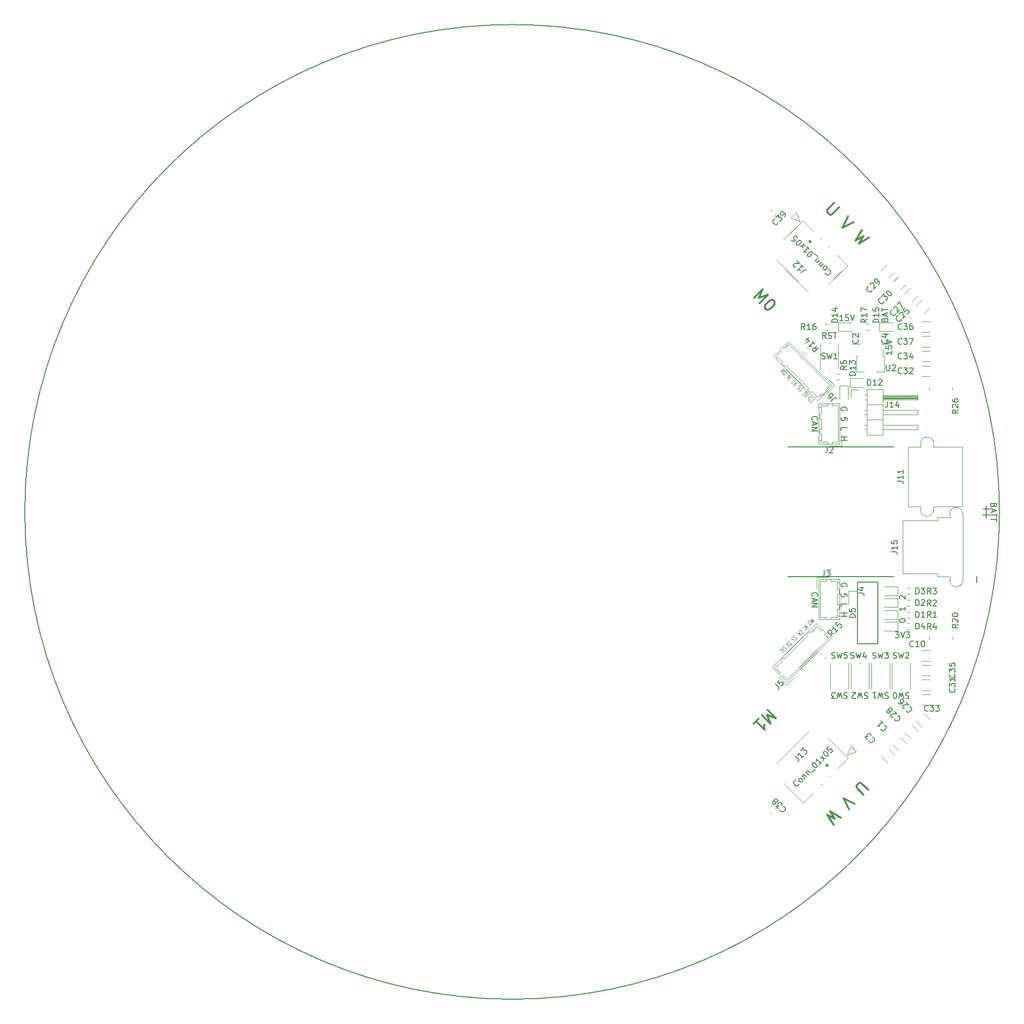
<source format=gbr>
%TF.GenerationSoftware,KiCad,Pcbnew,(6.0.8)*%
%TF.CreationDate,2022-10-14T22:36:05+09:00*%
%TF.ProjectId,ORION_VV_driver_v2,4f52494f-4e5f-4565-965f-647269766572,rev?*%
%TF.SameCoordinates,Original*%
%TF.FileFunction,Legend,Top*%
%TF.FilePolarity,Positive*%
%FSLAX46Y46*%
G04 Gerber Fmt 4.6, Leading zero omitted, Abs format (unit mm)*
G04 Created by KiCad (PCBNEW (6.0.8)) date 2022-10-14 22:36:05*
%MOMM*%
%LPD*%
G01*
G04 APERTURE LIST*
%ADD10C,0.150000*%
%ADD11C,0.300000*%
%ADD12C,0.100000*%
%ADD13C,0.120000*%
%ADD14C,0.200000*%
G04 APERTURE END LIST*
D10*
X110380952Y-67452380D02*
X109809523Y-67452380D01*
X110095238Y-67452380D02*
X110095238Y-66452380D01*
X110000000Y-66595238D01*
X109904761Y-66690476D01*
X109809523Y-66738095D01*
X111285714Y-66452380D02*
X110809523Y-66452380D01*
X110761904Y-66928571D01*
X110809523Y-66880952D01*
X110904761Y-66833333D01*
X111142857Y-66833333D01*
X111238095Y-66880952D01*
X111285714Y-66928571D01*
X111333333Y-67023809D01*
X111333333Y-67261904D01*
X111285714Y-67357142D01*
X111238095Y-67404761D01*
X111142857Y-67452380D01*
X110904761Y-67452380D01*
X110809523Y-67404761D01*
X110761904Y-67357142D01*
X111619047Y-66452380D02*
X111952380Y-67452380D01*
X112285714Y-66452380D01*
X117428571Y-67238095D02*
X117476190Y-67095238D01*
X117523809Y-67047619D01*
X117619047Y-67000000D01*
X117761904Y-67000000D01*
X117857142Y-67047619D01*
X117904761Y-67095238D01*
X117952380Y-67190476D01*
X117952380Y-67571428D01*
X116952380Y-67571428D01*
X116952380Y-67238095D01*
X117000000Y-67142857D01*
X117047619Y-67095238D01*
X117142857Y-67047619D01*
X117238095Y-67047619D01*
X117333333Y-67095238D01*
X117380952Y-67142857D01*
X117428571Y-67238095D01*
X117428571Y-67571428D01*
X117666666Y-66619047D02*
X117666666Y-66142857D01*
X117952380Y-66714285D02*
X116952380Y-66380952D01*
X117952380Y-66047619D01*
X116952380Y-65857142D02*
X116952380Y-65285714D01*
X117952380Y-65571428D02*
X116952380Y-65571428D01*
D11*
X108878679Y-47329779D02*
X107733840Y-48474618D01*
X107666496Y-48676649D01*
X107666496Y-48811336D01*
X107733840Y-49013366D01*
X108003214Y-49282740D01*
X108205244Y-49350084D01*
X108339931Y-49350084D01*
X108541962Y-49282740D01*
X109686801Y-48137901D01*
X111235702Y-49686801D02*
X110292893Y-51572419D01*
X112178511Y-50629610D01*
X113592724Y-52043824D02*
X112515228Y-53794755D01*
X113794755Y-53053976D01*
X113053976Y-54333503D01*
X114804907Y-53256007D01*
X114670220Y-147378679D02*
X113525381Y-146233840D01*
X113323350Y-146166496D01*
X113188663Y-146166496D01*
X112986633Y-146233840D01*
X112717259Y-146503214D01*
X112649915Y-146705244D01*
X112649915Y-146839931D01*
X112717259Y-147041962D01*
X113862098Y-148186801D01*
X112313198Y-149735702D02*
X110427580Y-148792893D01*
X111370389Y-150678511D01*
X109956175Y-152092724D02*
X108205244Y-151015228D01*
X108946023Y-152294755D01*
X107666496Y-151553976D01*
X108743992Y-153304907D01*
D10*
X118663632Y-72619047D02*
X118663632Y-73190476D01*
X118663632Y-72904761D02*
X117663632Y-72904761D01*
X117806490Y-73000000D01*
X117901728Y-73095238D01*
X117949347Y-73190476D01*
X117663632Y-71714285D02*
X117663632Y-72190476D01*
X118139823Y-72238095D01*
X118092204Y-72190476D01*
X118044585Y-72095238D01*
X118044585Y-71857142D01*
X118092204Y-71761904D01*
X118139823Y-71714285D01*
X118235061Y-71666666D01*
X118473156Y-71666666D01*
X118568394Y-71714285D01*
X118616013Y-71761904D01*
X118663632Y-71857142D01*
X118663632Y-72095238D01*
X118616013Y-72190476D01*
X118568394Y-72238095D01*
X117663632Y-71380952D02*
X118663632Y-71047619D01*
X117663632Y-70714285D01*
X120047619Y-114785714D02*
X120000000Y-114738095D01*
X119952380Y-114642857D01*
X119952380Y-114404761D01*
X120000000Y-114309523D01*
X120047619Y-114261904D01*
X120142857Y-114214285D01*
X120238095Y-114214285D01*
X120380952Y-114261904D01*
X120952380Y-114833333D01*
X120952380Y-114214285D01*
X120952380Y-116214285D02*
X120952380Y-116785714D01*
X120952380Y-116500000D02*
X119952380Y-116500000D01*
X120095238Y-116595238D01*
X120190476Y-116690476D01*
X120238095Y-116785714D01*
X119952380Y-118547619D02*
X119952380Y-118452380D01*
X120000000Y-118357142D01*
X120047619Y-118309523D01*
X120142857Y-118261904D01*
X120333333Y-118214285D01*
X120571428Y-118214285D01*
X120761904Y-118261904D01*
X120857142Y-118309523D01*
X120904761Y-118357142D01*
X120952380Y-118452380D01*
X120952380Y-118547619D01*
X120904761Y-118642857D01*
X120857142Y-118690476D01*
X120761904Y-118738095D01*
X120571428Y-118785714D01*
X120333333Y-118785714D01*
X120142857Y-118738095D01*
X120047619Y-118690476D01*
X120000000Y-118642857D01*
X119952380Y-118547619D01*
X119261904Y-120452380D02*
X119880952Y-120452380D01*
X119547619Y-120833333D01*
X119690476Y-120833333D01*
X119785714Y-120880952D01*
X119833333Y-120928571D01*
X119880952Y-121023809D01*
X119880952Y-121261904D01*
X119833333Y-121357142D01*
X119785714Y-121404761D01*
X119690476Y-121452380D01*
X119404761Y-121452380D01*
X119309523Y-121404761D01*
X119261904Y-121357142D01*
X120166666Y-120452380D02*
X120500000Y-121452380D01*
X120833333Y-120452380D01*
X121071428Y-120452380D02*
X121690476Y-120452380D01*
X121357142Y-120833333D01*
X121500000Y-120833333D01*
X121595238Y-120880952D01*
X121642857Y-120928571D01*
X121690476Y-121023809D01*
X121690476Y-121261904D01*
X121642857Y-121357142D01*
X121595238Y-121404761D01*
X121500000Y-121452380D01*
X121214285Y-121452380D01*
X121119047Y-121404761D01*
X121071428Y-121357142D01*
D12*
X104870491Y-118117698D02*
X105436176Y-118683383D01*
X104914264Y-118397173D01*
X105200474Y-118919085D01*
X104634789Y-118353400D01*
X104964772Y-119154788D02*
X104897428Y-119222131D01*
X104836819Y-119228865D01*
X104749272Y-119208662D01*
X104624687Y-119117749D01*
X104436125Y-118929187D01*
X104345211Y-118804601D01*
X104325008Y-118717055D01*
X104331743Y-118656446D01*
X104399086Y-118589102D01*
X104459695Y-118582368D01*
X104547242Y-118602571D01*
X104671827Y-118693485D01*
X104860389Y-118882046D01*
X104951303Y-119006632D01*
X104971506Y-119094178D01*
X104964772Y-119154788D01*
X103826667Y-119161522D02*
X104392352Y-119727207D01*
X103870440Y-119440997D01*
X104156650Y-119962910D01*
X103590964Y-119397224D01*
X103422605Y-119565583D02*
X103988291Y-120131268D01*
X102836717Y-120259221D02*
X102826615Y-120215448D01*
X102850186Y-120138003D01*
X102883857Y-120104331D01*
X102961302Y-120080761D01*
X103048849Y-120100964D01*
X103119560Y-120138003D01*
X103244145Y-120228916D01*
X103324957Y-120309729D01*
X103415871Y-120434314D01*
X103452910Y-120505025D01*
X103473113Y-120592571D01*
X103449543Y-120670016D01*
X103415871Y-120703688D01*
X103338426Y-120727258D01*
X103294653Y-120717157D01*
X102631319Y-120356869D02*
X103197005Y-120922554D01*
X102429289Y-120558900D02*
X102904061Y-120730625D01*
X102994974Y-121124585D02*
X102873756Y-120599306D01*
X102052165Y-120989898D02*
X101974720Y-121013468D01*
X101890541Y-121097648D01*
X101883806Y-121158257D01*
X101893908Y-121202030D01*
X101930947Y-121272741D01*
X101984822Y-121326615D01*
X102055532Y-121363654D01*
X102099306Y-121373756D01*
X102159915Y-121367022D01*
X102254196Y-121326615D01*
X102314805Y-121319881D01*
X102358578Y-121329983D01*
X102429289Y-121367022D01*
X102483164Y-121420896D01*
X102520203Y-121491607D01*
X102530304Y-121535380D01*
X102523570Y-121595990D01*
X102439390Y-121680169D01*
X102361945Y-121703739D01*
X101715448Y-121326615D02*
X101638003Y-121350186D01*
X101553823Y-121434365D01*
X101547089Y-121494974D01*
X101557190Y-121538748D01*
X101594229Y-121609458D01*
X101648104Y-121663333D01*
X101718815Y-121700372D01*
X101762588Y-121710473D01*
X101823197Y-121703739D01*
X101917478Y-121663333D01*
X101978087Y-121656599D01*
X102021861Y-121666700D01*
X102092571Y-121703739D01*
X102146446Y-121757614D01*
X102183485Y-121828325D01*
X102193587Y-121872098D01*
X102186852Y-121932707D01*
X102102673Y-122016886D01*
X102025228Y-122040457D01*
X101664940Y-122454619D02*
X101446074Y-122673486D01*
X101348426Y-122340135D01*
X101297918Y-122390643D01*
X101237309Y-122397377D01*
X101193536Y-122387276D01*
X101122825Y-122350237D01*
X100988138Y-122215550D01*
X100951099Y-122144839D01*
X100940997Y-122101066D01*
X100947732Y-122040457D01*
X101048747Y-121939441D01*
X101109356Y-121932707D01*
X101153129Y-121942809D01*
X101345058Y-122774501D02*
X100661522Y-122326667D01*
X101109356Y-123010203D01*
X100509999Y-123555685D02*
X100570608Y-123548951D01*
X100621116Y-123498443D01*
X100644686Y-123420998D01*
X100624483Y-123333452D01*
X100587444Y-123262741D01*
X100496530Y-123138156D01*
X100415718Y-123057344D01*
X100291133Y-122966430D01*
X100220422Y-122929391D01*
X100132875Y-122909188D01*
X100055430Y-122932758D01*
X100021759Y-122966430D01*
X99998188Y-123043875D01*
X100008290Y-123087648D01*
X100196852Y-123276210D01*
X100264195Y-123208866D01*
X99802892Y-123185296D02*
X100368578Y-123750982D01*
X100284398Y-123835161D01*
X100206953Y-123858731D01*
X100119407Y-123838528D01*
X100048696Y-123801489D01*
X99924111Y-123710575D01*
X99843298Y-123629763D01*
X99752385Y-123505178D01*
X99715346Y-123434467D01*
X99695143Y-123346921D01*
X99718713Y-123269476D01*
X99802892Y-123185296D01*
X99617698Y-76129508D02*
X100183383Y-75563823D01*
X99897173Y-76085735D01*
X100419085Y-75799525D01*
X99853400Y-76365210D01*
X100654788Y-76035227D02*
X100722131Y-76102571D01*
X100728865Y-76163180D01*
X100708662Y-76250727D01*
X100617749Y-76375312D01*
X100429187Y-76563874D01*
X100304601Y-76654788D01*
X100217055Y-76674991D01*
X100156446Y-76668256D01*
X100089102Y-76600913D01*
X100082368Y-76540304D01*
X100102571Y-76452757D01*
X100193485Y-76328172D01*
X100382046Y-76139610D01*
X100506632Y-76048696D01*
X100594178Y-76028493D01*
X100654788Y-76035227D01*
X100661522Y-77173332D02*
X101227207Y-76607647D01*
X100940997Y-77129559D01*
X101462910Y-76843349D01*
X100897224Y-77409035D01*
X101065583Y-77577394D02*
X101631268Y-77011708D01*
X101759221Y-78163282D02*
X101715448Y-78173384D01*
X101638003Y-78149813D01*
X101604331Y-78116142D01*
X101580761Y-78038697D01*
X101600964Y-77951150D01*
X101638003Y-77880439D01*
X101728916Y-77755854D01*
X101809729Y-77675042D01*
X101934314Y-77584128D01*
X102005025Y-77547089D01*
X102092571Y-77526886D01*
X102170016Y-77550456D01*
X102203688Y-77584128D01*
X102227258Y-77661573D01*
X102217157Y-77705346D01*
X101856869Y-78368680D02*
X102422554Y-77802994D01*
X102058900Y-78570710D02*
X102230625Y-78095938D01*
X102624585Y-78005025D02*
X102099306Y-78126243D01*
X102489898Y-78947834D02*
X102513468Y-79025279D01*
X102597648Y-79109458D01*
X102658257Y-79116193D01*
X102702030Y-79106091D01*
X102772741Y-79069052D01*
X102826615Y-79015177D01*
X102863654Y-78944467D01*
X102873756Y-78900693D01*
X102867022Y-78840084D01*
X102826615Y-78745803D01*
X102819881Y-78685194D01*
X102829983Y-78641421D01*
X102867022Y-78570710D01*
X102920896Y-78516835D01*
X102991607Y-78479796D01*
X103035380Y-78469695D01*
X103095990Y-78476429D01*
X103180169Y-78560609D01*
X103203739Y-78638054D01*
X102826615Y-79284551D02*
X102850186Y-79361996D01*
X102934365Y-79446176D01*
X102994974Y-79452910D01*
X103038748Y-79442809D01*
X103109458Y-79405770D01*
X103163333Y-79351895D01*
X103200372Y-79281184D01*
X103210473Y-79237411D01*
X103203739Y-79176802D01*
X103163333Y-79082521D01*
X103156599Y-79021912D01*
X103166700Y-78978138D01*
X103203739Y-78907428D01*
X103257614Y-78853553D01*
X103328325Y-78816514D01*
X103372098Y-78806412D01*
X103432707Y-78813147D01*
X103516886Y-78897326D01*
X103540457Y-78974771D01*
X103954619Y-79335059D02*
X104173486Y-79553925D01*
X103840135Y-79651573D01*
X103890643Y-79702081D01*
X103897377Y-79762690D01*
X103887276Y-79806463D01*
X103850237Y-79877174D01*
X103715550Y-80011861D01*
X103644839Y-80048900D01*
X103601066Y-80059002D01*
X103540457Y-80052267D01*
X103439441Y-79951252D01*
X103432707Y-79890643D01*
X103442809Y-79846870D01*
X104274501Y-79654941D02*
X103826667Y-80338477D01*
X104510203Y-79890643D01*
X105055685Y-80490000D02*
X105048951Y-80429391D01*
X104998443Y-80378883D01*
X104920998Y-80355313D01*
X104833452Y-80375516D01*
X104762741Y-80412555D01*
X104638156Y-80503469D01*
X104557344Y-80584281D01*
X104466430Y-80708866D01*
X104429391Y-80779577D01*
X104409188Y-80867124D01*
X104432758Y-80944569D01*
X104466430Y-80978240D01*
X104543875Y-81001811D01*
X104587648Y-80991709D01*
X104776210Y-80803147D01*
X104708866Y-80735804D01*
X104685296Y-81197107D02*
X105250982Y-80631421D01*
X105335161Y-80715601D01*
X105358731Y-80793046D01*
X105338528Y-80880592D01*
X105301489Y-80951303D01*
X105210575Y-81075888D01*
X105129763Y-81156701D01*
X105005178Y-81247614D01*
X104934467Y-81284653D01*
X104846921Y-81304856D01*
X104769476Y-81281286D01*
X104685296Y-81197107D01*
D10*
X111000000Y-82714285D02*
X111047619Y-82619047D01*
X111047619Y-82476190D01*
X111000000Y-82333333D01*
X110904761Y-82238095D01*
X110809523Y-82190476D01*
X110619047Y-82142857D01*
X110476190Y-82142857D01*
X110285714Y-82190476D01*
X110190476Y-82238095D01*
X110095238Y-82333333D01*
X110047619Y-82476190D01*
X110047619Y-82571428D01*
X110095238Y-82714285D01*
X110142857Y-82761904D01*
X110476190Y-82761904D01*
X110476190Y-82571428D01*
X111047619Y-84428571D02*
X111047619Y-83952380D01*
X110571428Y-83904761D01*
X110619047Y-83952380D01*
X110666666Y-84047619D01*
X110666666Y-84285714D01*
X110619047Y-84380952D01*
X110571428Y-84428571D01*
X110476190Y-84476190D01*
X110238095Y-84476190D01*
X110142857Y-84428571D01*
X110095238Y-84380952D01*
X110047619Y-84285714D01*
X110047619Y-84047619D01*
X110095238Y-83952380D01*
X110142857Y-83904761D01*
X110047619Y-86142857D02*
X110047619Y-85666666D01*
X111047619Y-85666666D01*
X110047619Y-87238095D02*
X111047619Y-87238095D01*
X110571428Y-87238095D02*
X110571428Y-87809523D01*
X110047619Y-87809523D02*
X111047619Y-87809523D01*
X111000000Y-112714285D02*
X111047619Y-112619047D01*
X111047619Y-112476190D01*
X111000000Y-112333333D01*
X110904761Y-112238095D01*
X110809523Y-112190476D01*
X110619047Y-112142857D01*
X110476190Y-112142857D01*
X110285714Y-112190476D01*
X110190476Y-112238095D01*
X110095238Y-112333333D01*
X110047619Y-112476190D01*
X110047619Y-112571428D01*
X110095238Y-112714285D01*
X110142857Y-112761904D01*
X110476190Y-112761904D01*
X110476190Y-112571428D01*
X111047619Y-114428571D02*
X111047619Y-113952380D01*
X110571428Y-113904761D01*
X110619047Y-113952380D01*
X110666666Y-114047619D01*
X110666666Y-114285714D01*
X110619047Y-114380952D01*
X110571428Y-114428571D01*
X110476190Y-114476190D01*
X110238095Y-114476190D01*
X110142857Y-114428571D01*
X110095238Y-114380952D01*
X110047619Y-114285714D01*
X110047619Y-114047619D01*
X110095238Y-113952380D01*
X110142857Y-113904761D01*
X110047619Y-116142857D02*
X110047619Y-115666666D01*
X111047619Y-115666666D01*
X110047619Y-117238095D02*
X111047619Y-117238095D01*
X110571428Y-117238095D02*
X110571428Y-117809523D01*
X110047619Y-117809523D02*
X111047619Y-117809523D01*
X105142857Y-114357142D02*
X105095238Y-114309523D01*
X105047619Y-114166666D01*
X105047619Y-114071428D01*
X105095238Y-113928571D01*
X105190476Y-113833333D01*
X105285714Y-113785714D01*
X105476190Y-113738095D01*
X105619047Y-113738095D01*
X105809523Y-113785714D01*
X105904761Y-113833333D01*
X106000000Y-113928571D01*
X106047619Y-114071428D01*
X106047619Y-114166666D01*
X106000000Y-114309523D01*
X105952380Y-114357142D01*
X105333333Y-114738095D02*
X105333333Y-115214285D01*
X105047619Y-114642857D02*
X106047619Y-114976190D01*
X105047619Y-115309523D01*
X105047619Y-115642857D02*
X106047619Y-115642857D01*
X105047619Y-116214285D01*
X106047619Y-116214285D01*
X105142857Y-84357142D02*
X105095238Y-84309523D01*
X105047619Y-84166666D01*
X105047619Y-84071428D01*
X105095238Y-83928571D01*
X105190476Y-83833333D01*
X105285714Y-83785714D01*
X105476190Y-83738095D01*
X105619047Y-83738095D01*
X105809523Y-83785714D01*
X105904761Y-83833333D01*
X106000000Y-83928571D01*
X106047619Y-84071428D01*
X106047619Y-84166666D01*
X106000000Y-84309523D01*
X105952380Y-84357142D01*
X105333333Y-84738095D02*
X105333333Y-85214285D01*
X105047619Y-84642857D02*
X106047619Y-84976190D01*
X105047619Y-85309523D01*
X105047619Y-85642857D02*
X106047619Y-85642857D01*
X105047619Y-86214285D01*
X106047619Y-86214285D01*
D11*
X97505076Y-133715397D02*
X98919289Y-135129610D01*
X97437732Y-134590862D01*
X97976480Y-136072419D01*
X96562267Y-134658206D01*
X95148053Y-136072419D02*
X95956175Y-135264297D01*
X95552114Y-135668358D02*
X96966328Y-137082572D01*
X96898984Y-136745854D01*
X96898984Y-136476480D01*
X96966328Y-136274450D01*
X95215397Y-63494923D02*
X96629610Y-62080710D01*
X96090862Y-63562267D01*
X97572419Y-63023519D01*
X96158206Y-64437732D01*
X98515228Y-63966328D02*
X98649915Y-64101015D01*
X98717259Y-64303045D01*
X98717259Y-64437732D01*
X98649915Y-64639763D01*
X98447885Y-64976480D01*
X98111167Y-65313198D01*
X97774450Y-65515228D01*
X97572419Y-65582572D01*
X97437732Y-65582572D01*
X97235702Y-65515228D01*
X97101015Y-65380541D01*
X97033671Y-65178511D01*
X97033671Y-65043824D01*
X97101015Y-64841793D01*
X97303045Y-64505076D01*
X97639763Y-64168358D01*
X97976480Y-63966328D01*
X98178511Y-63898984D01*
X98313198Y-63898984D01*
X98515228Y-63966328D01*
D10*
X107452380Y-70452380D02*
X107119047Y-69976190D01*
X106880952Y-70452380D02*
X106880952Y-69452380D01*
X107261904Y-69452380D01*
X107357142Y-69500000D01*
X107404761Y-69547619D01*
X107452380Y-69642857D01*
X107452380Y-69785714D01*
X107404761Y-69880952D01*
X107357142Y-69928571D01*
X107261904Y-69976190D01*
X106880952Y-69976190D01*
X107833333Y-70404761D02*
X107976190Y-70452380D01*
X108214285Y-70452380D01*
X108309523Y-70404761D01*
X108357142Y-70357142D01*
X108404761Y-70261904D01*
X108404761Y-70166666D01*
X108357142Y-70071428D01*
X108309523Y-70023809D01*
X108214285Y-69976190D01*
X108023809Y-69928571D01*
X107928571Y-69880952D01*
X107880952Y-69833333D01*
X107833333Y-69738095D01*
X107833333Y-69642857D01*
X107880952Y-69547619D01*
X107928571Y-69500000D01*
X108023809Y-69452380D01*
X108261904Y-69452380D01*
X108404761Y-69500000D01*
X108690476Y-69452380D02*
X109261904Y-69452380D01*
X108976190Y-70452380D02*
X108976190Y-69452380D01*
X136071428Y-98880952D02*
X136023809Y-99023809D01*
X135976190Y-99071428D01*
X135880952Y-99119047D01*
X135738095Y-99119047D01*
X135642857Y-99071428D01*
X135595238Y-99023809D01*
X135547619Y-98928571D01*
X135547619Y-98547619D01*
X136547619Y-98547619D01*
X136547619Y-98880952D01*
X136500000Y-98976190D01*
X136452380Y-99023809D01*
X136357142Y-99071428D01*
X136261904Y-99071428D01*
X136166666Y-99023809D01*
X136119047Y-98976190D01*
X136071428Y-98880952D01*
X136071428Y-98547619D01*
X135833333Y-99500000D02*
X135833333Y-99976190D01*
X135547619Y-99404761D02*
X136547619Y-99738095D01*
X135547619Y-100071428D01*
X136547619Y-100261904D02*
X136547619Y-100833333D01*
X135547619Y-100547619D02*
X136547619Y-100547619D01*
X136547619Y-101023809D02*
X136547619Y-101595238D01*
X135547619Y-101309523D02*
X136547619Y-101309523D01*
X119000000Y-111000000D02*
X101000000Y-111000000D01*
X137000000Y-100000000D02*
G75*
G03*
X137000000Y-100000000I-83000000J0D01*
G01*
X119000000Y-88940000D02*
X101000000Y-88940000D01*
X121583333Y-130845238D02*
X121440476Y-130797619D01*
X121202380Y-130797619D01*
X121107142Y-130845238D01*
X121059523Y-130892857D01*
X121011904Y-130988095D01*
X121011904Y-131083333D01*
X121059523Y-131178571D01*
X121107142Y-131226190D01*
X121202380Y-131273809D01*
X121392857Y-131321428D01*
X121488095Y-131369047D01*
X121535714Y-131416666D01*
X121583333Y-131511904D01*
X121583333Y-131607142D01*
X121535714Y-131702380D01*
X121488095Y-131750000D01*
X121392857Y-131797619D01*
X121154761Y-131797619D01*
X121011904Y-131750000D01*
X120678571Y-131797619D02*
X120440476Y-130797619D01*
X120250000Y-131511904D01*
X120059523Y-130797619D01*
X119821428Y-131797619D01*
X119250000Y-131797619D02*
X119154761Y-131797619D01*
X119059523Y-131750000D01*
X119011904Y-131702380D01*
X118964285Y-131607142D01*
X118916666Y-131416666D01*
X118916666Y-131178571D01*
X118964285Y-130988095D01*
X119011904Y-130892857D01*
X119059523Y-130845238D01*
X119154761Y-130797619D01*
X119250000Y-130797619D01*
X119345238Y-130845238D01*
X119392857Y-130892857D01*
X119440476Y-130988095D01*
X119488095Y-131178571D01*
X119488095Y-131416666D01*
X119440476Y-131607142D01*
X119392857Y-131702380D01*
X119345238Y-131750000D01*
X119250000Y-131797619D01*
X114583333Y-130845238D02*
X114440476Y-130797619D01*
X114202380Y-130797619D01*
X114107142Y-130845238D01*
X114059523Y-130892857D01*
X114011904Y-130988095D01*
X114011904Y-131083333D01*
X114059523Y-131178571D01*
X114107142Y-131226190D01*
X114202380Y-131273809D01*
X114392857Y-131321428D01*
X114488095Y-131369047D01*
X114535714Y-131416666D01*
X114583333Y-131511904D01*
X114583333Y-131607142D01*
X114535714Y-131702380D01*
X114488095Y-131750000D01*
X114392857Y-131797619D01*
X114154761Y-131797619D01*
X114011904Y-131750000D01*
X113678571Y-131797619D02*
X113440476Y-130797619D01*
X113250000Y-131511904D01*
X113059523Y-130797619D01*
X112821428Y-131797619D01*
X112488095Y-131702380D02*
X112440476Y-131750000D01*
X112345238Y-131797619D01*
X112107142Y-131797619D01*
X112011904Y-131750000D01*
X111964285Y-131702380D01*
X111916666Y-131607142D01*
X111916666Y-131511904D01*
X111964285Y-131369047D01*
X112535714Y-130797619D01*
X111916666Y-130797619D01*
X118083333Y-130845238D02*
X117940476Y-130797619D01*
X117702380Y-130797619D01*
X117607142Y-130845238D01*
X117559523Y-130892857D01*
X117511904Y-130988095D01*
X117511904Y-131083333D01*
X117559523Y-131178571D01*
X117607142Y-131226190D01*
X117702380Y-131273809D01*
X117892857Y-131321428D01*
X117988095Y-131369047D01*
X118035714Y-131416666D01*
X118083333Y-131511904D01*
X118083333Y-131607142D01*
X118035714Y-131702380D01*
X117988095Y-131750000D01*
X117892857Y-131797619D01*
X117654761Y-131797619D01*
X117511904Y-131750000D01*
X117178571Y-131797619D02*
X116940476Y-130797619D01*
X116750000Y-131511904D01*
X116559523Y-130797619D01*
X116321428Y-131797619D01*
X115416666Y-130797619D02*
X115988095Y-130797619D01*
X115702380Y-130797619D02*
X115702380Y-131797619D01*
X115797619Y-131654761D01*
X115892857Y-131559523D01*
X115988095Y-131511904D01*
X111083333Y-130845238D02*
X110940476Y-130797619D01*
X110702380Y-130797619D01*
X110607142Y-130845238D01*
X110559523Y-130892857D01*
X110511904Y-130988095D01*
X110511904Y-131083333D01*
X110559523Y-131178571D01*
X110607142Y-131226190D01*
X110702380Y-131273809D01*
X110892857Y-131321428D01*
X110988095Y-131369047D01*
X111035714Y-131416666D01*
X111083333Y-131511904D01*
X111083333Y-131607142D01*
X111035714Y-131702380D01*
X110988095Y-131750000D01*
X110892857Y-131797619D01*
X110654761Y-131797619D01*
X110511904Y-131750000D01*
X110178571Y-131797619D02*
X109940476Y-130797619D01*
X109750000Y-131511904D01*
X109559523Y-130797619D01*
X109321428Y-131797619D01*
X109035714Y-131797619D02*
X108416666Y-131797619D01*
X108750000Y-131416666D01*
X108607142Y-131416666D01*
X108511904Y-131369047D01*
X108464285Y-131321428D01*
X108416666Y-131226190D01*
X108416666Y-130988095D01*
X108464285Y-130892857D01*
X108511904Y-130845238D01*
X108607142Y-130797619D01*
X108892857Y-130797619D01*
X108988095Y-130845238D01*
X109035714Y-130892857D01*
%TO.C,R17*%
X114452380Y-67142857D02*
X113976190Y-67476190D01*
X114452380Y-67714285D02*
X113452380Y-67714285D01*
X113452380Y-67333333D01*
X113500000Y-67238095D01*
X113547619Y-67190476D01*
X113642857Y-67142857D01*
X113785714Y-67142857D01*
X113880952Y-67190476D01*
X113928571Y-67238095D01*
X113976190Y-67333333D01*
X113976190Y-67714285D01*
X114452380Y-66190476D02*
X114452380Y-66761904D01*
X114452380Y-66476190D02*
X113452380Y-66476190D01*
X113595238Y-66571428D01*
X113690476Y-66666666D01*
X113738095Y-66761904D01*
X113452380Y-65857142D02*
X113452380Y-65190476D01*
X114452380Y-65619047D01*
%TO.C,R16*%
X103857142Y-68952380D02*
X103523809Y-68476190D01*
X103285714Y-68952380D02*
X103285714Y-67952380D01*
X103666666Y-67952380D01*
X103761904Y-68000000D01*
X103809523Y-68047619D01*
X103857142Y-68142857D01*
X103857142Y-68285714D01*
X103809523Y-68380952D01*
X103761904Y-68428571D01*
X103666666Y-68476190D01*
X103285714Y-68476190D01*
X104809523Y-68952380D02*
X104238095Y-68952380D01*
X104523809Y-68952380D02*
X104523809Y-67952380D01*
X104428571Y-68095238D01*
X104333333Y-68190476D01*
X104238095Y-68238095D01*
X105666666Y-67952380D02*
X105476190Y-67952380D01*
X105380952Y-68000000D01*
X105333333Y-68047619D01*
X105238095Y-68190476D01*
X105190476Y-68380952D01*
X105190476Y-68761904D01*
X105238095Y-68857142D01*
X105285714Y-68904761D01*
X105380952Y-68952380D01*
X105571428Y-68952380D01*
X105666666Y-68904761D01*
X105714285Y-68857142D01*
X105761904Y-68761904D01*
X105761904Y-68523809D01*
X105714285Y-68428571D01*
X105666666Y-68380952D01*
X105571428Y-68333333D01*
X105380952Y-68333333D01*
X105285714Y-68380952D01*
X105238095Y-68428571D01*
X105190476Y-68523809D01*
%TO.C,D15*%
X116452380Y-67714285D02*
X115452380Y-67714285D01*
X115452380Y-67476190D01*
X115500000Y-67333333D01*
X115595238Y-67238095D01*
X115690476Y-67190476D01*
X115880952Y-67142857D01*
X116023809Y-67142857D01*
X116214285Y-67190476D01*
X116309523Y-67238095D01*
X116404761Y-67333333D01*
X116452380Y-67476190D01*
X116452380Y-67714285D01*
X116452380Y-66190476D02*
X116452380Y-66761904D01*
X116452380Y-66476190D02*
X115452380Y-66476190D01*
X115595238Y-66571428D01*
X115690476Y-66666666D01*
X115738095Y-66761904D01*
X115452380Y-65285714D02*
X115452380Y-65761904D01*
X115928571Y-65809523D01*
X115880952Y-65761904D01*
X115833333Y-65666666D01*
X115833333Y-65428571D01*
X115880952Y-65333333D01*
X115928571Y-65285714D01*
X116023809Y-65238095D01*
X116261904Y-65238095D01*
X116357142Y-65285714D01*
X116404761Y-65333333D01*
X116452380Y-65428571D01*
X116452380Y-65666666D01*
X116404761Y-65761904D01*
X116357142Y-65809523D01*
%TO.C,D14*%
X109452380Y-67714285D02*
X108452380Y-67714285D01*
X108452380Y-67476190D01*
X108500000Y-67333333D01*
X108595238Y-67238095D01*
X108690476Y-67190476D01*
X108880952Y-67142857D01*
X109023809Y-67142857D01*
X109214285Y-67190476D01*
X109309523Y-67238095D01*
X109404761Y-67333333D01*
X109452380Y-67476190D01*
X109452380Y-67714285D01*
X109452380Y-66190476D02*
X109452380Y-66761904D01*
X109452380Y-66476190D02*
X108452380Y-66476190D01*
X108595238Y-66571428D01*
X108690476Y-66666666D01*
X108738095Y-66761904D01*
X108785714Y-65333333D02*
X109452380Y-65333333D01*
X108404761Y-65571428D02*
X109119047Y-65809523D01*
X109119047Y-65190476D01*
%TO.C,J2*%
X107666666Y-88952380D02*
X107666666Y-89666666D01*
X107619047Y-89809523D01*
X107523809Y-89904761D01*
X107380952Y-89952380D01*
X107285714Y-89952380D01*
X108095238Y-89047619D02*
X108142857Y-89000000D01*
X108238095Y-88952380D01*
X108476190Y-88952380D01*
X108571428Y-89000000D01*
X108619047Y-89047619D01*
X108666666Y-89142857D01*
X108666666Y-89238095D01*
X108619047Y-89380952D01*
X108047619Y-89952380D01*
X108666666Y-89952380D01*
%TO.C,R5*%
X110952380Y-75166666D02*
X110476190Y-75500000D01*
X110952380Y-75738095D02*
X109952380Y-75738095D01*
X109952380Y-75357142D01*
X110000000Y-75261904D01*
X110047619Y-75214285D01*
X110142857Y-75166666D01*
X110285714Y-75166666D01*
X110380952Y-75214285D01*
X110428571Y-75261904D01*
X110476190Y-75357142D01*
X110476190Y-75738095D01*
X109952380Y-74261904D02*
X109952380Y-74738095D01*
X110428571Y-74785714D01*
X110380952Y-74738095D01*
X110333333Y-74642857D01*
X110333333Y-74404761D01*
X110380952Y-74309523D01*
X110428571Y-74261904D01*
X110523809Y-74214285D01*
X110761904Y-74214285D01*
X110857142Y-74261904D01*
X110904761Y-74309523D01*
X110952380Y-74404761D01*
X110952380Y-74642857D01*
X110904761Y-74738095D01*
X110857142Y-74785714D01*
%TO.C,U2*%
X117738095Y-74952380D02*
X117738095Y-75761904D01*
X117785714Y-75857142D01*
X117833333Y-75904761D01*
X117928571Y-75952380D01*
X118119047Y-75952380D01*
X118214285Y-75904761D01*
X118261904Y-75857142D01*
X118309523Y-75761904D01*
X118309523Y-74952380D01*
X118738095Y-75047619D02*
X118785714Y-75000000D01*
X118880952Y-74952380D01*
X119119047Y-74952380D01*
X119214285Y-75000000D01*
X119261904Y-75047619D01*
X119309523Y-75142857D01*
X119309523Y-75238095D01*
X119261904Y-75380952D01*
X118690476Y-75952380D01*
X119309523Y-75952380D01*
%TO.C,R2*%
X125333333Y-115992380D02*
X125000000Y-115516190D01*
X124761904Y-115992380D02*
X124761904Y-114992380D01*
X125142857Y-114992380D01*
X125238095Y-115040000D01*
X125285714Y-115087619D01*
X125333333Y-115182857D01*
X125333333Y-115325714D01*
X125285714Y-115420952D01*
X125238095Y-115468571D01*
X125142857Y-115516190D01*
X124761904Y-115516190D01*
X125714285Y-115087619D02*
X125761904Y-115040000D01*
X125857142Y-114992380D01*
X126095238Y-114992380D01*
X126190476Y-115040000D01*
X126238095Y-115087619D01*
X126285714Y-115182857D01*
X126285714Y-115278095D01*
X126238095Y-115420952D01*
X125666666Y-115992380D01*
X126285714Y-115992380D01*
%TO.C,D2*%
X122761904Y-115952380D02*
X122761904Y-114952380D01*
X123000000Y-114952380D01*
X123142857Y-115000000D01*
X123238095Y-115095238D01*
X123285714Y-115190476D01*
X123333333Y-115380952D01*
X123333333Y-115523809D01*
X123285714Y-115714285D01*
X123238095Y-115809523D01*
X123142857Y-115904761D01*
X123000000Y-115952380D01*
X122761904Y-115952380D01*
X123714285Y-115047619D02*
X123761904Y-115000000D01*
X123857142Y-114952380D01*
X124095238Y-114952380D01*
X124190476Y-115000000D01*
X124238095Y-115047619D01*
X124285714Y-115142857D01*
X124285714Y-115238095D01*
X124238095Y-115380952D01*
X123666666Y-115952380D01*
X124285714Y-115952380D01*
%TO.C,SW4*%
X111666666Y-124904761D02*
X111809523Y-124952380D01*
X112047619Y-124952380D01*
X112142857Y-124904761D01*
X112190476Y-124857142D01*
X112238095Y-124761904D01*
X112238095Y-124666666D01*
X112190476Y-124571428D01*
X112142857Y-124523809D01*
X112047619Y-124476190D01*
X111857142Y-124428571D01*
X111761904Y-124380952D01*
X111714285Y-124333333D01*
X111666666Y-124238095D01*
X111666666Y-124142857D01*
X111714285Y-124047619D01*
X111761904Y-124000000D01*
X111857142Y-123952380D01*
X112095238Y-123952380D01*
X112238095Y-124000000D01*
X112571428Y-123952380D02*
X112809523Y-124952380D01*
X113000000Y-124238095D01*
X113190476Y-124952380D01*
X113428571Y-123952380D01*
X114238095Y-124285714D02*
X114238095Y-124952380D01*
X114000000Y-123904761D02*
X113761904Y-124619047D01*
X114380952Y-124619047D01*
%TO.C,C37*%
X120357142Y-71357142D02*
X120309523Y-71404761D01*
X120166666Y-71452380D01*
X120071428Y-71452380D01*
X119928571Y-71404761D01*
X119833333Y-71309523D01*
X119785714Y-71214285D01*
X119738095Y-71023809D01*
X119738095Y-70880952D01*
X119785714Y-70690476D01*
X119833333Y-70595238D01*
X119928571Y-70500000D01*
X120071428Y-70452380D01*
X120166666Y-70452380D01*
X120309523Y-70500000D01*
X120357142Y-70547619D01*
X120690476Y-70452380D02*
X121309523Y-70452380D01*
X120976190Y-70833333D01*
X121119047Y-70833333D01*
X121214285Y-70880952D01*
X121261904Y-70928571D01*
X121309523Y-71023809D01*
X121309523Y-71261904D01*
X121261904Y-71357142D01*
X121214285Y-71404761D01*
X121119047Y-71452380D01*
X120833333Y-71452380D01*
X120738095Y-71404761D01*
X120690476Y-71357142D01*
X121642857Y-70452380D02*
X122309523Y-70452380D01*
X121880952Y-71452380D01*
%TO.C,R26*%
X129952380Y-82642857D02*
X129476190Y-82976190D01*
X129952380Y-83214285D02*
X128952380Y-83214285D01*
X128952380Y-82833333D01*
X129000000Y-82738095D01*
X129047619Y-82690476D01*
X129142857Y-82642857D01*
X129285714Y-82642857D01*
X129380952Y-82690476D01*
X129428571Y-82738095D01*
X129476190Y-82833333D01*
X129476190Y-83214285D01*
X129047619Y-82261904D02*
X129000000Y-82214285D01*
X128952380Y-82119047D01*
X128952380Y-81880952D01*
X129000000Y-81785714D01*
X129047619Y-81738095D01*
X129142857Y-81690476D01*
X129238095Y-81690476D01*
X129380952Y-81738095D01*
X129952380Y-82309523D01*
X129952380Y-81690476D01*
X128952380Y-80833333D02*
X128952380Y-81023809D01*
X129000000Y-81119047D01*
X129047619Y-81166666D01*
X129190476Y-81261904D01*
X129380952Y-81309523D01*
X129761904Y-81309523D01*
X129857142Y-81261904D01*
X129904761Y-81214285D01*
X129952380Y-81119047D01*
X129952380Y-80928571D01*
X129904761Y-80833333D01*
X129857142Y-80785714D01*
X129761904Y-80738095D01*
X129523809Y-80738095D01*
X129428571Y-80785714D01*
X129380952Y-80833333D01*
X129333333Y-80928571D01*
X129333333Y-81119047D01*
X129380952Y-81214285D01*
X129428571Y-81261904D01*
X129523809Y-81309523D01*
%TO.C,C26*%
X121707106Y-133202030D02*
X121774450Y-133202030D01*
X121909137Y-133269374D01*
X121976480Y-133336717D01*
X122043824Y-133471404D01*
X122043824Y-133606091D01*
X122010152Y-133707106D01*
X121909137Y-133875465D01*
X121808122Y-133976480D01*
X121639763Y-134077496D01*
X121538748Y-134111167D01*
X121404061Y-134111167D01*
X121269374Y-134043824D01*
X121202030Y-133976480D01*
X121134687Y-133841793D01*
X121134687Y-133774450D01*
X120865312Y-133505076D02*
X120797969Y-133505076D01*
X120696954Y-133471404D01*
X120528595Y-133303045D01*
X120494923Y-133202030D01*
X120494923Y-133134687D01*
X120528595Y-133033671D01*
X120595938Y-132966328D01*
X120730625Y-132898984D01*
X121538748Y-132898984D01*
X121101015Y-132461251D01*
X119787816Y-132562267D02*
X119922503Y-132696954D01*
X120023519Y-132730625D01*
X120090862Y-132730625D01*
X120259221Y-132696954D01*
X120427580Y-132595938D01*
X120696954Y-132326564D01*
X120730625Y-132225549D01*
X120730625Y-132158206D01*
X120696954Y-132057190D01*
X120562267Y-131922503D01*
X120461251Y-131888832D01*
X120393908Y-131888832D01*
X120292893Y-131922503D01*
X120124534Y-132090862D01*
X120090862Y-132191877D01*
X120090862Y-132259221D01*
X120124534Y-132360236D01*
X120259221Y-132494923D01*
X120360236Y-132528595D01*
X120427580Y-132528595D01*
X120528595Y-132494923D01*
%TO.C,SW5*%
X108416666Y-124904761D02*
X108559523Y-124952380D01*
X108797619Y-124952380D01*
X108892857Y-124904761D01*
X108940476Y-124857142D01*
X108988095Y-124761904D01*
X108988095Y-124666666D01*
X108940476Y-124571428D01*
X108892857Y-124523809D01*
X108797619Y-124476190D01*
X108607142Y-124428571D01*
X108511904Y-124380952D01*
X108464285Y-124333333D01*
X108416666Y-124238095D01*
X108416666Y-124142857D01*
X108464285Y-124047619D01*
X108511904Y-124000000D01*
X108607142Y-123952380D01*
X108845238Y-123952380D01*
X108988095Y-124000000D01*
X109321428Y-123952380D02*
X109559523Y-124952380D01*
X109750000Y-124238095D01*
X109940476Y-124952380D01*
X110178571Y-123952380D01*
X111035714Y-123952380D02*
X110559523Y-123952380D01*
X110511904Y-124428571D01*
X110559523Y-124380952D01*
X110654761Y-124333333D01*
X110892857Y-124333333D01*
X110988095Y-124380952D01*
X111035714Y-124428571D01*
X111083333Y-124523809D01*
X111083333Y-124761904D01*
X111035714Y-124857142D01*
X110988095Y-124904761D01*
X110892857Y-124952380D01*
X110654761Y-124952380D01*
X110559523Y-124904761D01*
X110511904Y-124857142D01*
%TO.C,D13*%
X112452380Y-76714285D02*
X111452380Y-76714285D01*
X111452380Y-76476190D01*
X111500000Y-76333333D01*
X111595238Y-76238095D01*
X111690476Y-76190476D01*
X111880952Y-76142857D01*
X112023809Y-76142857D01*
X112214285Y-76190476D01*
X112309523Y-76238095D01*
X112404761Y-76333333D01*
X112452380Y-76476190D01*
X112452380Y-76714285D01*
X112452380Y-75190476D02*
X112452380Y-75761904D01*
X112452380Y-75476190D02*
X111452380Y-75476190D01*
X111595238Y-75571428D01*
X111690476Y-75666666D01*
X111738095Y-75761904D01*
X111452380Y-74857142D02*
X111452380Y-74238095D01*
X111833333Y-74571428D01*
X111833333Y-74428571D01*
X111880952Y-74333333D01*
X111928571Y-74285714D01*
X112023809Y-74238095D01*
X112261904Y-74238095D01*
X112357142Y-74285714D01*
X112404761Y-74333333D01*
X112452380Y-74428571D01*
X112452380Y-74714285D01*
X112404761Y-74809523D01*
X112357142Y-74857142D01*
%TO.C,J12*%
X103164915Y-59338503D02*
X103669991Y-58833427D01*
X103804678Y-58766084D01*
X103939365Y-58766084D01*
X104074052Y-58833427D01*
X104141396Y-58900771D01*
X103164915Y-57924290D02*
X103568976Y-58328351D01*
X103366946Y-58126320D02*
X102659839Y-58833427D01*
X102828198Y-58799755D01*
X102962885Y-58799755D01*
X103063900Y-58833427D01*
X102255778Y-58294679D02*
X102188434Y-58294679D01*
X102087419Y-58261007D01*
X101919060Y-58092649D01*
X101885389Y-57991633D01*
X101885389Y-57924290D01*
X101919060Y-57823275D01*
X101986404Y-57755931D01*
X102121091Y-57688588D01*
X102929213Y-57688588D01*
X102491480Y-57250855D01*
X107926101Y-58718943D02*
X107993445Y-58718943D01*
X108128132Y-58786286D01*
X108195475Y-58853630D01*
X108262819Y-58988317D01*
X108262819Y-59123004D01*
X108229147Y-59224019D01*
X108128132Y-59392378D01*
X108027116Y-59493393D01*
X107858758Y-59594408D01*
X107757742Y-59628080D01*
X107623055Y-59628080D01*
X107488368Y-59560737D01*
X107421025Y-59493393D01*
X107353681Y-59358706D01*
X107353681Y-59291363D01*
X107589384Y-58247538D02*
X107623055Y-58348554D01*
X107623055Y-58415897D01*
X107589384Y-58516912D01*
X107387353Y-58718943D01*
X107286338Y-58752615D01*
X107218994Y-58752615D01*
X107117979Y-58718943D01*
X107016964Y-58617928D01*
X106983292Y-58516912D01*
X106983292Y-58449569D01*
X107016964Y-58348554D01*
X107218994Y-58146523D01*
X107320010Y-58112851D01*
X107387353Y-58112851D01*
X107488368Y-58146523D01*
X107589384Y-58247538D01*
X106579231Y-58180195D02*
X107050636Y-57708790D01*
X106646575Y-58112851D02*
X106579231Y-58112851D01*
X106478216Y-58079180D01*
X106377201Y-57978164D01*
X106343529Y-57877149D01*
X106377201Y-57776134D01*
X106747590Y-57405745D01*
X105939468Y-57540432D02*
X106410872Y-57069027D01*
X106006811Y-57473088D02*
X105939468Y-57473088D01*
X105838453Y-57439416D01*
X105737437Y-57338401D01*
X105703766Y-57237386D01*
X105737437Y-57136371D01*
X106107827Y-56765981D01*
X106006811Y-56530279D02*
X105468063Y-55991531D01*
X104390567Y-56462936D02*
X104323224Y-56395592D01*
X104289552Y-56294577D01*
X104289552Y-56227233D01*
X104323224Y-56126218D01*
X104424239Y-55957859D01*
X104592598Y-55789500D01*
X104760956Y-55688485D01*
X104861972Y-55654813D01*
X104929315Y-55654813D01*
X105030331Y-55688485D01*
X105097674Y-55755829D01*
X105131346Y-55856844D01*
X105131346Y-55924187D01*
X105097674Y-56025203D01*
X104996659Y-56193561D01*
X104828300Y-56361920D01*
X104659941Y-56462936D01*
X104558926Y-56496607D01*
X104491582Y-56496607D01*
X104390567Y-56462936D01*
X104188537Y-54846691D02*
X104592598Y-55250752D01*
X104390567Y-55048722D02*
X103683460Y-55755829D01*
X103851819Y-55722157D01*
X103986506Y-55722157D01*
X104087521Y-55755829D01*
X103952834Y-54610989D02*
X103111041Y-54712004D01*
X103481430Y-55082394D02*
X103582445Y-54240600D01*
X102471277Y-54543646D02*
X102403934Y-54476302D01*
X102370262Y-54375287D01*
X102370262Y-54307943D01*
X102403934Y-54206928D01*
X102504949Y-54038569D01*
X102673308Y-53870211D01*
X102841667Y-53769195D01*
X102942682Y-53735524D01*
X103010025Y-53735524D01*
X103111041Y-53769195D01*
X103178384Y-53836539D01*
X103212056Y-53937554D01*
X103212056Y-54004898D01*
X103178384Y-54105913D01*
X103077369Y-54274272D01*
X102909010Y-54442630D01*
X102740651Y-54543646D01*
X102639636Y-54577317D01*
X102572293Y-54577317D01*
X102471277Y-54543646D01*
X101595812Y-53668180D02*
X101932529Y-54004898D01*
X102302919Y-53701852D01*
X102235575Y-53701852D01*
X102134560Y-53668180D01*
X101966201Y-53499821D01*
X101932529Y-53398806D01*
X101932529Y-53331463D01*
X101966201Y-53230447D01*
X102134560Y-53062089D01*
X102235575Y-53028417D01*
X102302919Y-53028417D01*
X102403934Y-53062089D01*
X102572293Y-53230447D01*
X102605964Y-53331463D01*
X102605964Y-53398806D01*
X104572394Y-54099179D02*
X104740753Y-53930820D01*
X104841768Y-54166522D02*
X104740753Y-53930820D01*
X104505051Y-53829805D01*
X104976455Y-53897148D02*
X104740753Y-53930820D01*
X104774425Y-53695118D01*
%TO.C,J14*%
X117940476Y-81197380D02*
X117940476Y-81911666D01*
X117892857Y-82054523D01*
X117797619Y-82149761D01*
X117654761Y-82197380D01*
X117559523Y-82197380D01*
X118940476Y-82197380D02*
X118369047Y-82197380D01*
X118654761Y-82197380D02*
X118654761Y-81197380D01*
X118559523Y-81340238D01*
X118464285Y-81435476D01*
X118369047Y-81483095D01*
X119797619Y-81530714D02*
X119797619Y-82197380D01*
X119559523Y-81149761D02*
X119321428Y-81864047D01*
X119940476Y-81864047D01*
%TO.C,D1*%
X122761904Y-117952380D02*
X122761904Y-116952380D01*
X123000000Y-116952380D01*
X123142857Y-117000000D01*
X123238095Y-117095238D01*
X123285714Y-117190476D01*
X123333333Y-117380952D01*
X123333333Y-117523809D01*
X123285714Y-117714285D01*
X123238095Y-117809523D01*
X123142857Y-117904761D01*
X123000000Y-117952380D01*
X122761904Y-117952380D01*
X124285714Y-117952380D02*
X123714285Y-117952380D01*
X124000000Y-117952380D02*
X124000000Y-116952380D01*
X123904761Y-117095238D01*
X123809523Y-117190476D01*
X123714285Y-117238095D01*
%TO.C,D5*%
X112452380Y-117988095D02*
X111452380Y-117988095D01*
X111452380Y-117750000D01*
X111500000Y-117607142D01*
X111595238Y-117511904D01*
X111690476Y-117464285D01*
X111880952Y-117416666D01*
X112023809Y-117416666D01*
X112214285Y-117464285D01*
X112309523Y-117511904D01*
X112404761Y-117607142D01*
X112452380Y-117750000D01*
X112452380Y-117988095D01*
X111452380Y-116511904D02*
X111452380Y-116988095D01*
X111928571Y-117035714D01*
X111880952Y-116988095D01*
X111833333Y-116892857D01*
X111833333Y-116654761D01*
X111880952Y-116559523D01*
X111928571Y-116511904D01*
X112023809Y-116464285D01*
X112261904Y-116464285D01*
X112357142Y-116511904D01*
X112404761Y-116559523D01*
X112452380Y-116654761D01*
X112452380Y-116892857D01*
X112404761Y-116988095D01*
X112357142Y-117035714D01*
%TO.C,C36*%
X120357142Y-68857142D02*
X120309523Y-68904761D01*
X120166666Y-68952380D01*
X120071428Y-68952380D01*
X119928571Y-68904761D01*
X119833333Y-68809523D01*
X119785714Y-68714285D01*
X119738095Y-68523809D01*
X119738095Y-68380952D01*
X119785714Y-68190476D01*
X119833333Y-68095238D01*
X119928571Y-68000000D01*
X120071428Y-67952380D01*
X120166666Y-67952380D01*
X120309523Y-68000000D01*
X120357142Y-68047619D01*
X120690476Y-67952380D02*
X121309523Y-67952380D01*
X120976190Y-68333333D01*
X121119047Y-68333333D01*
X121214285Y-68380952D01*
X121261904Y-68428571D01*
X121309523Y-68523809D01*
X121309523Y-68761904D01*
X121261904Y-68857142D01*
X121214285Y-68904761D01*
X121119047Y-68952380D01*
X120833333Y-68952380D01*
X120738095Y-68904761D01*
X120690476Y-68857142D01*
X122166666Y-67952380D02*
X121976190Y-67952380D01*
X121880952Y-68000000D01*
X121833333Y-68047619D01*
X121738095Y-68190476D01*
X121690476Y-68380952D01*
X121690476Y-68761904D01*
X121738095Y-68857142D01*
X121785714Y-68904761D01*
X121880952Y-68952380D01*
X122071428Y-68952380D01*
X122166666Y-68904761D01*
X122214285Y-68857142D01*
X122261904Y-68761904D01*
X122261904Y-68523809D01*
X122214285Y-68428571D01*
X122166666Y-68380952D01*
X122071428Y-68333333D01*
X121880952Y-68333333D01*
X121785714Y-68380952D01*
X121738095Y-68428571D01*
X121690476Y-68523809D01*
%TO.C,J11*%
X119627380Y-94809523D02*
X120341666Y-94809523D01*
X120484523Y-94857142D01*
X120579761Y-94952380D01*
X120627380Y-95095238D01*
X120627380Y-95190476D01*
X120627380Y-93809523D02*
X120627380Y-94380952D01*
X120627380Y-94095238D02*
X119627380Y-94095238D01*
X119770238Y-94190476D01*
X119865476Y-94285714D01*
X119913095Y-94380952D01*
X120627380Y-92857142D02*
X120627380Y-93428571D01*
X120627380Y-93142857D02*
X119627380Y-93142857D01*
X119770238Y-93238095D01*
X119865476Y-93333333D01*
X119913095Y-93428571D01*
X134782142Y-100071428D02*
X134782142Y-98928571D01*
X135353571Y-99500000D02*
X134210714Y-99500000D01*
%TO.C,J6*%
X108348477Y-81122927D02*
X108853553Y-80617851D01*
X108988240Y-80550507D01*
X109122927Y-80550507D01*
X109257614Y-80617851D01*
X109324957Y-80685194D01*
X107708713Y-80483164D02*
X107843400Y-80617851D01*
X107944416Y-80651522D01*
X108011759Y-80651522D01*
X108180118Y-80617851D01*
X108348477Y-80516835D01*
X108617851Y-80247461D01*
X108651522Y-80146446D01*
X108651522Y-80079103D01*
X108617851Y-79978087D01*
X108483164Y-79843400D01*
X108382148Y-79809729D01*
X108314805Y-79809729D01*
X108213790Y-79843400D01*
X108045431Y-80011759D01*
X108011759Y-80112774D01*
X108011759Y-80180118D01*
X108045431Y-80281133D01*
X108180118Y-80415820D01*
X108281133Y-80449492D01*
X108348477Y-80449492D01*
X108449492Y-80415820D01*
%TO.C,C3*%
X115370389Y-138365312D02*
X115437732Y-138365312D01*
X115572419Y-138432656D01*
X115639763Y-138500000D01*
X115707106Y-138634687D01*
X115707106Y-138769374D01*
X115673435Y-138870389D01*
X115572419Y-139038748D01*
X115471404Y-139139763D01*
X115303045Y-139240778D01*
X115202030Y-139274450D01*
X115067343Y-139274450D01*
X114932656Y-139207106D01*
X114865312Y-139139763D01*
X114797969Y-139005076D01*
X114797969Y-138937732D01*
X114494923Y-138769374D02*
X114057190Y-138331641D01*
X114562267Y-138297969D01*
X114461251Y-138196954D01*
X114427580Y-138095938D01*
X114427580Y-138028595D01*
X114461251Y-137927580D01*
X114629610Y-137759221D01*
X114730625Y-137725549D01*
X114797969Y-137725549D01*
X114898984Y-137759221D01*
X115101015Y-137961251D01*
X115134687Y-138062267D01*
X115134687Y-138129610D01*
%TO.C,C25*%
X120297969Y-67207106D02*
X120297969Y-67274450D01*
X120230625Y-67409137D01*
X120163282Y-67476480D01*
X120028595Y-67543824D01*
X119893908Y-67543824D01*
X119792893Y-67510152D01*
X119624534Y-67409137D01*
X119523519Y-67308122D01*
X119422503Y-67139763D01*
X119388832Y-67038748D01*
X119388832Y-66904061D01*
X119456175Y-66769374D01*
X119523519Y-66702030D01*
X119658206Y-66634687D01*
X119725549Y-66634687D01*
X119994923Y-66365312D02*
X119994923Y-66297969D01*
X120028595Y-66196954D01*
X120196954Y-66028595D01*
X120297969Y-65994923D01*
X120365312Y-65994923D01*
X120466328Y-66028595D01*
X120533671Y-66095938D01*
X120601015Y-66230625D01*
X120601015Y-67038748D01*
X121038748Y-66601015D01*
X120971404Y-65254145D02*
X120634687Y-65590862D01*
X120937732Y-65961251D01*
X120937732Y-65893908D01*
X120971404Y-65792893D01*
X121139763Y-65624534D01*
X121240778Y-65590862D01*
X121308122Y-65590862D01*
X121409137Y-65624534D01*
X121577496Y-65792893D01*
X121611167Y-65893908D01*
X121611167Y-65961251D01*
X121577496Y-66062267D01*
X121409137Y-66230625D01*
X121308122Y-66264297D01*
X121240778Y-66264297D01*
%TO.C,R4*%
X125333333Y-119992380D02*
X125000000Y-119516190D01*
X124761904Y-119992380D02*
X124761904Y-118992380D01*
X125142857Y-118992380D01*
X125238095Y-119040000D01*
X125285714Y-119087619D01*
X125333333Y-119182857D01*
X125333333Y-119325714D01*
X125285714Y-119420952D01*
X125238095Y-119468571D01*
X125142857Y-119516190D01*
X124761904Y-119516190D01*
X126190476Y-119325714D02*
X126190476Y-119992380D01*
X125952380Y-118944761D02*
X125714285Y-119659047D01*
X126333333Y-119659047D01*
%TO.C,SW3*%
X115416666Y-124904761D02*
X115559523Y-124952380D01*
X115797619Y-124952380D01*
X115892857Y-124904761D01*
X115940476Y-124857142D01*
X115988095Y-124761904D01*
X115988095Y-124666666D01*
X115940476Y-124571428D01*
X115892857Y-124523809D01*
X115797619Y-124476190D01*
X115607142Y-124428571D01*
X115511904Y-124380952D01*
X115464285Y-124333333D01*
X115416666Y-124238095D01*
X115416666Y-124142857D01*
X115464285Y-124047619D01*
X115511904Y-124000000D01*
X115607142Y-123952380D01*
X115845238Y-123952380D01*
X115988095Y-124000000D01*
X116321428Y-123952380D02*
X116559523Y-124952380D01*
X116750000Y-124238095D01*
X116940476Y-124952380D01*
X117178571Y-123952380D01*
X117464285Y-123952380D02*
X118083333Y-123952380D01*
X117750000Y-124333333D01*
X117892857Y-124333333D01*
X117988095Y-124380952D01*
X118035714Y-124428571D01*
X118083333Y-124523809D01*
X118083333Y-124761904D01*
X118035714Y-124857142D01*
X117988095Y-124904761D01*
X117892857Y-124952380D01*
X117607142Y-124952380D01*
X117511904Y-124904761D01*
X117464285Y-124857142D01*
%TO.C,R3*%
X125333333Y-113992380D02*
X125000000Y-113516190D01*
X124761904Y-113992380D02*
X124761904Y-112992380D01*
X125142857Y-112992380D01*
X125238095Y-113040000D01*
X125285714Y-113087619D01*
X125333333Y-113182857D01*
X125333333Y-113325714D01*
X125285714Y-113420952D01*
X125238095Y-113468571D01*
X125142857Y-113516190D01*
X124761904Y-113516190D01*
X125666666Y-112992380D02*
X126285714Y-112992380D01*
X125952380Y-113373333D01*
X126095238Y-113373333D01*
X126190476Y-113420952D01*
X126238095Y-113468571D01*
X126285714Y-113563809D01*
X126285714Y-113801904D01*
X126238095Y-113897142D01*
X126190476Y-113944761D01*
X126095238Y-113992380D01*
X125809523Y-113992380D01*
X125714285Y-113944761D01*
X125666666Y-113897142D01*
%TO.C,C4*%
X117857142Y-70666666D02*
X117904761Y-70714285D01*
X117952380Y-70857142D01*
X117952380Y-70952380D01*
X117904761Y-71095238D01*
X117809523Y-71190476D01*
X117714285Y-71238095D01*
X117523809Y-71285714D01*
X117380952Y-71285714D01*
X117190476Y-71238095D01*
X117095238Y-71190476D01*
X117000000Y-71095238D01*
X116952380Y-70952380D01*
X116952380Y-70857142D01*
X117000000Y-70714285D01*
X117047619Y-70666666D01*
X117285714Y-69809523D02*
X117952380Y-69809523D01*
X116904761Y-70047619D02*
X117619047Y-70285714D01*
X117619047Y-69666666D01*
%TO.C,D4*%
X122761904Y-119952380D02*
X122761904Y-118952380D01*
X123000000Y-118952380D01*
X123142857Y-119000000D01*
X123238095Y-119095238D01*
X123285714Y-119190476D01*
X123333333Y-119380952D01*
X123333333Y-119523809D01*
X123285714Y-119714285D01*
X123238095Y-119809523D01*
X123142857Y-119904761D01*
X123000000Y-119952380D01*
X122761904Y-119952380D01*
X124190476Y-119285714D02*
X124190476Y-119952380D01*
X123952380Y-118904761D02*
X123714285Y-119619047D01*
X124333333Y-119619047D01*
%TO.C,SW1*%
X106706666Y-73904761D02*
X106849523Y-73952380D01*
X107087619Y-73952380D01*
X107182857Y-73904761D01*
X107230476Y-73857142D01*
X107278095Y-73761904D01*
X107278095Y-73666666D01*
X107230476Y-73571428D01*
X107182857Y-73523809D01*
X107087619Y-73476190D01*
X106897142Y-73428571D01*
X106801904Y-73380952D01*
X106754285Y-73333333D01*
X106706666Y-73238095D01*
X106706666Y-73142857D01*
X106754285Y-73047619D01*
X106801904Y-73000000D01*
X106897142Y-72952380D01*
X107135238Y-72952380D01*
X107278095Y-73000000D01*
X107611428Y-72952380D02*
X107849523Y-73952380D01*
X108040000Y-73238095D01*
X108230476Y-73952380D01*
X108468571Y-72952380D01*
X109373333Y-73952380D02*
X108801904Y-73952380D01*
X109087619Y-73952380D02*
X109087619Y-72952380D01*
X108992380Y-73095238D01*
X108897142Y-73190476D01*
X108801904Y-73238095D01*
%TO.C,R15*%
X108865312Y-120774450D02*
X108292893Y-120673435D01*
X108461251Y-121178511D02*
X107754145Y-120471404D01*
X108023519Y-120202030D01*
X108124534Y-120168358D01*
X108191877Y-120168358D01*
X108292893Y-120202030D01*
X108393908Y-120303045D01*
X108427580Y-120404061D01*
X108427580Y-120471404D01*
X108393908Y-120572419D01*
X108124534Y-120841793D01*
X109538748Y-120101015D02*
X109134687Y-120505076D01*
X109336717Y-120303045D02*
X108629610Y-119595938D01*
X108663282Y-119764297D01*
X108663282Y-119898984D01*
X108629610Y-120000000D01*
X109471404Y-118754145D02*
X109134687Y-119090862D01*
X109437732Y-119461251D01*
X109437732Y-119393908D01*
X109471404Y-119292893D01*
X109639763Y-119124534D01*
X109740778Y-119090862D01*
X109808122Y-119090862D01*
X109909137Y-119124534D01*
X110077496Y-119292893D01*
X110111167Y-119393908D01*
X110111167Y-119461251D01*
X110077496Y-119562267D01*
X109909137Y-119730625D01*
X109808122Y-119764297D01*
X109740778Y-119764297D01*
%TO.C,C34*%
X120357142Y-73857142D02*
X120309523Y-73904761D01*
X120166666Y-73952380D01*
X120071428Y-73952380D01*
X119928571Y-73904761D01*
X119833333Y-73809523D01*
X119785714Y-73714285D01*
X119738095Y-73523809D01*
X119738095Y-73380952D01*
X119785714Y-73190476D01*
X119833333Y-73095238D01*
X119928571Y-73000000D01*
X120071428Y-72952380D01*
X120166666Y-72952380D01*
X120309523Y-73000000D01*
X120357142Y-73047619D01*
X120690476Y-72952380D02*
X121309523Y-72952380D01*
X120976190Y-73333333D01*
X121119047Y-73333333D01*
X121214285Y-73380952D01*
X121261904Y-73428571D01*
X121309523Y-73523809D01*
X121309523Y-73761904D01*
X121261904Y-73857142D01*
X121214285Y-73904761D01*
X121119047Y-73952380D01*
X120833333Y-73952380D01*
X120738095Y-73904761D01*
X120690476Y-73857142D01*
X122166666Y-73285714D02*
X122166666Y-73952380D01*
X121928571Y-72904761D02*
X121690476Y-73619047D01*
X122309523Y-73619047D01*
%TO.C,R20*%
X129952380Y-119142857D02*
X129476190Y-119476190D01*
X129952380Y-119714285D02*
X128952380Y-119714285D01*
X128952380Y-119333333D01*
X129000000Y-119238095D01*
X129047619Y-119190476D01*
X129142857Y-119142857D01*
X129285714Y-119142857D01*
X129380952Y-119190476D01*
X129428571Y-119238095D01*
X129476190Y-119333333D01*
X129476190Y-119714285D01*
X129047619Y-118761904D02*
X129000000Y-118714285D01*
X128952380Y-118619047D01*
X128952380Y-118380952D01*
X129000000Y-118285714D01*
X129047619Y-118238095D01*
X129142857Y-118190476D01*
X129238095Y-118190476D01*
X129380952Y-118238095D01*
X129952380Y-118809523D01*
X129952380Y-118190476D01*
X128952380Y-117571428D02*
X128952380Y-117476190D01*
X129000000Y-117380952D01*
X129047619Y-117333333D01*
X129142857Y-117285714D01*
X129333333Y-117238095D01*
X129571428Y-117238095D01*
X129761904Y-117285714D01*
X129857142Y-117333333D01*
X129904761Y-117380952D01*
X129952380Y-117476190D01*
X129952380Y-117571428D01*
X129904761Y-117666666D01*
X129857142Y-117714285D01*
X129761904Y-117761904D01*
X129571428Y-117809523D01*
X129333333Y-117809523D01*
X129142857Y-117761904D01*
X129047619Y-117714285D01*
X129000000Y-117666666D01*
X128952380Y-117571428D01*
%TO.C,C33*%
X124857142Y-133857142D02*
X124809523Y-133904761D01*
X124666666Y-133952380D01*
X124571428Y-133952380D01*
X124428571Y-133904761D01*
X124333333Y-133809523D01*
X124285714Y-133714285D01*
X124238095Y-133523809D01*
X124238095Y-133380952D01*
X124285714Y-133190476D01*
X124333333Y-133095238D01*
X124428571Y-133000000D01*
X124571428Y-132952380D01*
X124666666Y-132952380D01*
X124809523Y-133000000D01*
X124857142Y-133047619D01*
X125190476Y-132952380D02*
X125809523Y-132952380D01*
X125476190Y-133333333D01*
X125619047Y-133333333D01*
X125714285Y-133380952D01*
X125761904Y-133428571D01*
X125809523Y-133523809D01*
X125809523Y-133761904D01*
X125761904Y-133857142D01*
X125714285Y-133904761D01*
X125619047Y-133952380D01*
X125333333Y-133952380D01*
X125238095Y-133904761D01*
X125190476Y-133857142D01*
X126142857Y-132952380D02*
X126761904Y-132952380D01*
X126428571Y-133333333D01*
X126571428Y-133333333D01*
X126666666Y-133380952D01*
X126714285Y-133428571D01*
X126761904Y-133523809D01*
X126761904Y-133761904D01*
X126714285Y-133857142D01*
X126666666Y-133904761D01*
X126571428Y-133952380D01*
X126285714Y-133952380D01*
X126190476Y-133904761D01*
X126142857Y-133857142D01*
%TO.C,D12*%
X114535714Y-78452380D02*
X114535714Y-77452380D01*
X114773809Y-77452380D01*
X114916666Y-77500000D01*
X115011904Y-77595238D01*
X115059523Y-77690476D01*
X115107142Y-77880952D01*
X115107142Y-78023809D01*
X115059523Y-78214285D01*
X115011904Y-78309523D01*
X114916666Y-78404761D01*
X114773809Y-78452380D01*
X114535714Y-78452380D01*
X116059523Y-78452380D02*
X115488095Y-78452380D01*
X115773809Y-78452380D02*
X115773809Y-77452380D01*
X115678571Y-77595238D01*
X115583333Y-77690476D01*
X115488095Y-77738095D01*
X116440476Y-77547619D02*
X116488095Y-77500000D01*
X116583333Y-77452380D01*
X116821428Y-77452380D01*
X116916666Y-77500000D01*
X116964285Y-77547619D01*
X117011904Y-77642857D01*
X117011904Y-77738095D01*
X116964285Y-77880952D01*
X116392857Y-78452380D01*
X117011904Y-78452380D01*
%TO.C,C32*%
X120357142Y-76357142D02*
X120309523Y-76404761D01*
X120166666Y-76452380D01*
X120071428Y-76452380D01*
X119928571Y-76404761D01*
X119833333Y-76309523D01*
X119785714Y-76214285D01*
X119738095Y-76023809D01*
X119738095Y-75880952D01*
X119785714Y-75690476D01*
X119833333Y-75595238D01*
X119928571Y-75500000D01*
X120071428Y-75452380D01*
X120166666Y-75452380D01*
X120309523Y-75500000D01*
X120357142Y-75547619D01*
X120690476Y-75452380D02*
X121309523Y-75452380D01*
X120976190Y-75833333D01*
X121119047Y-75833333D01*
X121214285Y-75880952D01*
X121261904Y-75928571D01*
X121309523Y-76023809D01*
X121309523Y-76261904D01*
X121261904Y-76357142D01*
X121214285Y-76404761D01*
X121119047Y-76452380D01*
X120833333Y-76452380D01*
X120738095Y-76404761D01*
X120690476Y-76357142D01*
X121690476Y-75547619D02*
X121738095Y-75500000D01*
X121833333Y-75452380D01*
X122071428Y-75452380D01*
X122166666Y-75500000D01*
X122214285Y-75547619D01*
X122261904Y-75642857D01*
X122261904Y-75738095D01*
X122214285Y-75880952D01*
X121642857Y-76452380D01*
X122261904Y-76452380D01*
%TO.C,C2*%
X112857142Y-70666666D02*
X112904761Y-70714285D01*
X112952380Y-70857142D01*
X112952380Y-70952380D01*
X112904761Y-71095238D01*
X112809523Y-71190476D01*
X112714285Y-71238095D01*
X112523809Y-71285714D01*
X112380952Y-71285714D01*
X112190476Y-71238095D01*
X112095238Y-71190476D01*
X112000000Y-71095238D01*
X111952380Y-70952380D01*
X111952380Y-70857142D01*
X112000000Y-70714285D01*
X112047619Y-70666666D01*
X112047619Y-70285714D02*
X112000000Y-70238095D01*
X111952380Y-70142857D01*
X111952380Y-69904761D01*
X112000000Y-69809523D01*
X112047619Y-69761904D01*
X112142857Y-69714285D01*
X112238095Y-69714285D01*
X112380952Y-69761904D01*
X112952380Y-70333333D01*
X112952380Y-69714285D01*
%TO.C,J3*%
X107166666Y-109952380D02*
X107166666Y-110666666D01*
X107119047Y-110809523D01*
X107023809Y-110904761D01*
X106880952Y-110952380D01*
X106785714Y-110952380D01*
X107547619Y-109952380D02*
X108166666Y-109952380D01*
X107833333Y-110333333D01*
X107976190Y-110333333D01*
X108071428Y-110380952D01*
X108119047Y-110428571D01*
X108166666Y-110523809D01*
X108166666Y-110761904D01*
X108119047Y-110857142D01*
X108071428Y-110904761D01*
X107976190Y-110952380D01*
X107690476Y-110952380D01*
X107595238Y-110904761D01*
X107547619Y-110857142D01*
%TO.C,C38*%
X100218269Y-150190867D02*
X100285613Y-150190867D01*
X100420300Y-150258211D01*
X100487643Y-150325554D01*
X100554987Y-150460241D01*
X100554987Y-150594928D01*
X100521315Y-150695943D01*
X100420300Y-150864302D01*
X100319285Y-150965317D01*
X100150926Y-151066333D01*
X100049911Y-151100004D01*
X99915224Y-151100004D01*
X99780537Y-151032661D01*
X99713193Y-150965317D01*
X99645850Y-150830630D01*
X99645850Y-150763287D01*
X99342804Y-150594928D02*
X98905071Y-150157195D01*
X99410147Y-150123524D01*
X99309132Y-150022508D01*
X99275460Y-149921493D01*
X99275460Y-149854149D01*
X99309132Y-149753134D01*
X99477491Y-149584775D01*
X99578506Y-149551104D01*
X99645850Y-149551104D01*
X99746865Y-149584775D01*
X99948895Y-149786806D01*
X99982567Y-149887821D01*
X99982567Y-149955165D01*
X98804056Y-149450088D02*
X98837727Y-149551104D01*
X98837727Y-149618447D01*
X98804056Y-149719462D01*
X98770384Y-149753134D01*
X98669369Y-149786806D01*
X98602025Y-149786806D01*
X98501010Y-149753134D01*
X98366323Y-149618447D01*
X98332651Y-149517432D01*
X98332651Y-149450088D01*
X98366323Y-149349073D01*
X98399995Y-149315401D01*
X98501010Y-149281730D01*
X98568353Y-149281730D01*
X98669369Y-149315401D01*
X98804056Y-149450088D01*
X98905071Y-149483760D01*
X98972414Y-149483760D01*
X99073430Y-149450088D01*
X99208117Y-149315401D01*
X99241788Y-149214386D01*
X99241788Y-149147043D01*
X99208117Y-149046027D01*
X99073430Y-148911340D01*
X98972414Y-148877669D01*
X98905071Y-148877669D01*
X98804056Y-148911340D01*
X98669369Y-149046027D01*
X98635697Y-149147043D01*
X98635697Y-149214386D01*
X98669369Y-149315401D01*
%TO.C,C10*%
X122357142Y-122857142D02*
X122309523Y-122904761D01*
X122166666Y-122952380D01*
X122071428Y-122952380D01*
X121928571Y-122904761D01*
X121833333Y-122809523D01*
X121785714Y-122714285D01*
X121738095Y-122523809D01*
X121738095Y-122380952D01*
X121785714Y-122190476D01*
X121833333Y-122095238D01*
X121928571Y-122000000D01*
X122071428Y-121952380D01*
X122166666Y-121952380D01*
X122309523Y-122000000D01*
X122357142Y-122047619D01*
X123309523Y-122952380D02*
X122738095Y-122952380D01*
X123023809Y-122952380D02*
X123023809Y-121952380D01*
X122928571Y-122095238D01*
X122833333Y-122190476D01*
X122738095Y-122238095D01*
X123928571Y-121952380D02*
X124023809Y-121952380D01*
X124119047Y-122000000D01*
X124166666Y-122047619D01*
X124214285Y-122142857D01*
X124261904Y-122333333D01*
X124261904Y-122571428D01*
X124214285Y-122761904D01*
X124166666Y-122857142D01*
X124119047Y-122904761D01*
X124023809Y-122952380D01*
X123928571Y-122952380D01*
X123833333Y-122904761D01*
X123785714Y-122857142D01*
X123738095Y-122761904D01*
X123690476Y-122571428D01*
X123690476Y-122333333D01*
X123738095Y-122142857D01*
X123785714Y-122047619D01*
X123833333Y-122000000D01*
X123928571Y-121952380D01*
%TO.C,J15*%
X118602380Y-106809523D02*
X119316666Y-106809523D01*
X119459523Y-106857142D01*
X119554761Y-106952380D01*
X119602380Y-107095238D01*
X119602380Y-107190476D01*
X119602380Y-105809523D02*
X119602380Y-106380952D01*
X119602380Y-106095238D02*
X118602380Y-106095238D01*
X118745238Y-106190476D01*
X118840476Y-106285714D01*
X118888095Y-106380952D01*
X118602380Y-104904761D02*
X118602380Y-105380952D01*
X119078571Y-105428571D01*
X119030952Y-105380952D01*
X118983333Y-105285714D01*
X118983333Y-105047619D01*
X119030952Y-104952380D01*
X119078571Y-104904761D01*
X119173809Y-104857142D01*
X119411904Y-104857142D01*
X119507142Y-104904761D01*
X119554761Y-104952380D01*
X119602380Y-105047619D01*
X119602380Y-105285714D01*
X119554761Y-105380952D01*
X119507142Y-105428571D01*
X133107142Y-112071428D02*
X133107142Y-110928571D01*
X134757142Y-101071428D02*
X134757142Y-99928571D01*
X135328571Y-100500000D02*
X134185714Y-100500000D01*
%TO.C,R1*%
X125333333Y-117992380D02*
X125000000Y-117516190D01*
X124761904Y-117992380D02*
X124761904Y-116992380D01*
X125142857Y-116992380D01*
X125238095Y-117040000D01*
X125285714Y-117087619D01*
X125333333Y-117182857D01*
X125333333Y-117325714D01*
X125285714Y-117420952D01*
X125238095Y-117468571D01*
X125142857Y-117516190D01*
X124761904Y-117516190D01*
X126285714Y-117992380D02*
X125714285Y-117992380D01*
X126000000Y-117992380D02*
X126000000Y-116992380D01*
X125904761Y-117135238D01*
X125809523Y-117230476D01*
X125714285Y-117278095D01*
%TO.C,J5*%
X98877072Y-129302138D02*
X99382148Y-129807214D01*
X99449492Y-129941901D01*
X99449492Y-130076588D01*
X99382148Y-130211275D01*
X99314805Y-130278618D01*
X99550507Y-128628703D02*
X99213790Y-128965420D01*
X99516835Y-129335809D01*
X99516835Y-129268466D01*
X99550507Y-129167451D01*
X99718866Y-128999092D01*
X99819881Y-128965420D01*
X99887225Y-128965420D01*
X99988240Y-128999092D01*
X100156599Y-129167451D01*
X100190270Y-129268466D01*
X100190270Y-129335809D01*
X100156599Y-129436825D01*
X99988240Y-129605183D01*
X99887225Y-129638855D01*
X99819881Y-129638855D01*
%TO.C,D3*%
X122761904Y-113952380D02*
X122761904Y-112952380D01*
X123000000Y-112952380D01*
X123142857Y-113000000D01*
X123238095Y-113095238D01*
X123285714Y-113190476D01*
X123333333Y-113380952D01*
X123333333Y-113523809D01*
X123285714Y-113714285D01*
X123238095Y-113809523D01*
X123142857Y-113904761D01*
X123000000Y-113952380D01*
X122761904Y-113952380D01*
X123666666Y-112952380D02*
X124285714Y-112952380D01*
X123952380Y-113333333D01*
X124095238Y-113333333D01*
X124190476Y-113380952D01*
X124238095Y-113428571D01*
X124285714Y-113523809D01*
X124285714Y-113761904D01*
X124238095Y-113857142D01*
X124190476Y-113904761D01*
X124095238Y-113952380D01*
X123809523Y-113952380D01*
X123714285Y-113904761D01*
X123666666Y-113857142D01*
%TO.C,C39*%
X99297969Y-50707106D02*
X99297969Y-50774450D01*
X99230625Y-50909137D01*
X99163282Y-50976480D01*
X99028595Y-51043824D01*
X98893908Y-51043824D01*
X98792893Y-51010152D01*
X98624534Y-50909137D01*
X98523519Y-50808122D01*
X98422503Y-50639763D01*
X98388832Y-50538748D01*
X98388832Y-50404061D01*
X98456175Y-50269374D01*
X98523519Y-50202030D01*
X98658206Y-50134687D01*
X98725549Y-50134687D01*
X98893908Y-49831641D02*
X99331641Y-49393908D01*
X99365312Y-49898984D01*
X99466328Y-49797969D01*
X99567343Y-49764297D01*
X99634687Y-49764297D01*
X99735702Y-49797969D01*
X99904061Y-49966328D01*
X99937732Y-50067343D01*
X99937732Y-50134687D01*
X99904061Y-50235702D01*
X99702030Y-50437732D01*
X99601015Y-50471404D01*
X99533671Y-50471404D01*
X100375465Y-49764297D02*
X100510152Y-49629610D01*
X100543824Y-49528595D01*
X100543824Y-49461251D01*
X100510152Y-49292893D01*
X100409137Y-49124534D01*
X100139763Y-48855160D01*
X100038748Y-48821488D01*
X99971404Y-48821488D01*
X99870389Y-48855160D01*
X99735702Y-48989847D01*
X99702030Y-49090862D01*
X99702030Y-49158206D01*
X99735702Y-49259221D01*
X99904061Y-49427580D01*
X100005076Y-49461251D01*
X100072419Y-49461251D01*
X100173435Y-49427580D01*
X100308122Y-49292893D01*
X100341793Y-49191877D01*
X100341793Y-49124534D01*
X100308122Y-49023519D01*
%TO.C,J4*%
X112952380Y-113833333D02*
X113666666Y-113833333D01*
X113809523Y-113880952D01*
X113904761Y-113976190D01*
X113952380Y-114119047D01*
X113952380Y-114214285D01*
X113285714Y-112928571D02*
X113952380Y-112928571D01*
X112904761Y-113166666D02*
X113619047Y-113404761D01*
X113619047Y-112785714D01*
%TO.C,C31*%
X129357142Y-130142857D02*
X129404761Y-130190476D01*
X129452380Y-130333333D01*
X129452380Y-130428571D01*
X129404761Y-130571428D01*
X129309523Y-130666666D01*
X129214285Y-130714285D01*
X129023809Y-130761904D01*
X128880952Y-130761904D01*
X128690476Y-130714285D01*
X128595238Y-130666666D01*
X128500000Y-130571428D01*
X128452380Y-130428571D01*
X128452380Y-130333333D01*
X128500000Y-130190476D01*
X128547619Y-130142857D01*
X128452380Y-129809523D02*
X128452380Y-129190476D01*
X128833333Y-129523809D01*
X128833333Y-129380952D01*
X128880952Y-129285714D01*
X128928571Y-129238095D01*
X129023809Y-129190476D01*
X129261904Y-129190476D01*
X129357142Y-129238095D01*
X129404761Y-129285714D01*
X129452380Y-129380952D01*
X129452380Y-129666666D01*
X129404761Y-129761904D01*
X129357142Y-129809523D01*
X129452380Y-128238095D02*
X129452380Y-128809523D01*
X129452380Y-128523809D02*
X128452380Y-128523809D01*
X128595238Y-128619047D01*
X128690476Y-128714285D01*
X128738095Y-128809523D01*
%TO.C,C30*%
X117297969Y-64207106D02*
X117297969Y-64274450D01*
X117230625Y-64409137D01*
X117163282Y-64476480D01*
X117028595Y-64543824D01*
X116893908Y-64543824D01*
X116792893Y-64510152D01*
X116624534Y-64409137D01*
X116523519Y-64308122D01*
X116422503Y-64139763D01*
X116388832Y-64038748D01*
X116388832Y-63904061D01*
X116456175Y-63769374D01*
X116523519Y-63702030D01*
X116658206Y-63634687D01*
X116725549Y-63634687D01*
X116893908Y-63331641D02*
X117331641Y-62893908D01*
X117365312Y-63398984D01*
X117466328Y-63297969D01*
X117567343Y-63264297D01*
X117634687Y-63264297D01*
X117735702Y-63297969D01*
X117904061Y-63466328D01*
X117937732Y-63567343D01*
X117937732Y-63634687D01*
X117904061Y-63735702D01*
X117702030Y-63937732D01*
X117601015Y-63971404D01*
X117533671Y-63971404D01*
X117769374Y-62456175D02*
X117836717Y-62388832D01*
X117937732Y-62355160D01*
X118005076Y-62355160D01*
X118106091Y-62388832D01*
X118274450Y-62489847D01*
X118442809Y-62658206D01*
X118543824Y-62826564D01*
X118577496Y-62927580D01*
X118577496Y-62994923D01*
X118543824Y-63095938D01*
X118476480Y-63163282D01*
X118375465Y-63196954D01*
X118308122Y-63196954D01*
X118207106Y-63163282D01*
X118038748Y-63062267D01*
X117870389Y-62893908D01*
X117769374Y-62725549D01*
X117735702Y-62624534D01*
X117735702Y-62557190D01*
X117769374Y-62456175D01*
%TO.C,C35*%
X129357142Y-127642857D02*
X129404761Y-127690476D01*
X129452380Y-127833333D01*
X129452380Y-127928571D01*
X129404761Y-128071428D01*
X129309523Y-128166666D01*
X129214285Y-128214285D01*
X129023809Y-128261904D01*
X128880952Y-128261904D01*
X128690476Y-128214285D01*
X128595238Y-128166666D01*
X128500000Y-128071428D01*
X128452380Y-127928571D01*
X128452380Y-127833333D01*
X128500000Y-127690476D01*
X128547619Y-127642857D01*
X128452380Y-127309523D02*
X128452380Y-126690476D01*
X128833333Y-127023809D01*
X128833333Y-126880952D01*
X128880952Y-126785714D01*
X128928571Y-126738095D01*
X129023809Y-126690476D01*
X129261904Y-126690476D01*
X129357142Y-126738095D01*
X129404761Y-126785714D01*
X129452380Y-126880952D01*
X129452380Y-127166666D01*
X129404761Y-127261904D01*
X129357142Y-127309523D01*
X128452380Y-125785714D02*
X128452380Y-126261904D01*
X128928571Y-126309523D01*
X128880952Y-126261904D01*
X128833333Y-126166666D01*
X128833333Y-125928571D01*
X128880952Y-125833333D01*
X128928571Y-125785714D01*
X129023809Y-125738095D01*
X129261904Y-125738095D01*
X129357142Y-125785714D01*
X129404761Y-125833333D01*
X129452380Y-125928571D01*
X129452380Y-126166666D01*
X129404761Y-126261904D01*
X129357142Y-126309523D01*
%TO.C,R14*%
X105774450Y-71634687D02*
X105673435Y-72207106D01*
X106178511Y-72038748D02*
X105471404Y-72745854D01*
X105202030Y-72476480D01*
X105168358Y-72375465D01*
X105168358Y-72308122D01*
X105202030Y-72207106D01*
X105303045Y-72106091D01*
X105404061Y-72072419D01*
X105471404Y-72072419D01*
X105572419Y-72106091D01*
X105841793Y-72375465D01*
X105101015Y-70961251D02*
X105505076Y-71365312D01*
X105303045Y-71163282D02*
X104595938Y-71870389D01*
X104764297Y-71836717D01*
X104898984Y-71836717D01*
X105000000Y-71870389D01*
X104023519Y-70826564D02*
X104494923Y-70355160D01*
X103922503Y-71264297D02*
X104595938Y-70927580D01*
X104158206Y-70489847D01*
%TO.C,C1*%
X117370389Y-136365312D02*
X117437732Y-136365312D01*
X117572419Y-136432656D01*
X117639763Y-136500000D01*
X117707106Y-136634687D01*
X117707106Y-136769374D01*
X117673435Y-136870389D01*
X117572419Y-137038748D01*
X117471404Y-137139763D01*
X117303045Y-137240778D01*
X117202030Y-137274450D01*
X117067343Y-137274450D01*
X116932656Y-137207106D01*
X116865312Y-137139763D01*
X116797969Y-137005076D01*
X116797969Y-136937732D01*
X116764297Y-135624534D02*
X117168358Y-136028595D01*
X116966328Y-135826564D02*
X116259221Y-136533671D01*
X116427580Y-136500000D01*
X116562267Y-136500000D01*
X116663282Y-136533671D01*
%TO.C,C28*%
X119707106Y-134702030D02*
X119774450Y-134702030D01*
X119909137Y-134769374D01*
X119976480Y-134836717D01*
X120043824Y-134971404D01*
X120043824Y-135106091D01*
X120010152Y-135207106D01*
X119909137Y-135375465D01*
X119808122Y-135476480D01*
X119639763Y-135577496D01*
X119538748Y-135611167D01*
X119404061Y-135611167D01*
X119269374Y-135543824D01*
X119202030Y-135476480D01*
X119134687Y-135341793D01*
X119134687Y-135274450D01*
X118865312Y-135005076D02*
X118797969Y-135005076D01*
X118696954Y-134971404D01*
X118528595Y-134803045D01*
X118494923Y-134702030D01*
X118494923Y-134634687D01*
X118528595Y-134533671D01*
X118595938Y-134466328D01*
X118730625Y-134398984D01*
X119538748Y-134398984D01*
X119101015Y-133961251D01*
X118292893Y-133961251D02*
X118326564Y-134062267D01*
X118326564Y-134129610D01*
X118292893Y-134230625D01*
X118259221Y-134264297D01*
X118158206Y-134297969D01*
X118090862Y-134297969D01*
X117989847Y-134264297D01*
X117855160Y-134129610D01*
X117821488Y-134028595D01*
X117821488Y-133961251D01*
X117855160Y-133860236D01*
X117888832Y-133826564D01*
X117989847Y-133792893D01*
X118057190Y-133792893D01*
X118158206Y-133826564D01*
X118292893Y-133961251D01*
X118393908Y-133994923D01*
X118461251Y-133994923D01*
X118562267Y-133961251D01*
X118696954Y-133826564D01*
X118730625Y-133725549D01*
X118730625Y-133658206D01*
X118696954Y-133557190D01*
X118562267Y-133422503D01*
X118461251Y-133388832D01*
X118393908Y-133388832D01*
X118292893Y-133422503D01*
X118158206Y-133557190D01*
X118124534Y-133658206D01*
X118124534Y-133725549D01*
X118158206Y-133826564D01*
%TO.C,C27*%
X119297969Y-66207106D02*
X119297969Y-66274450D01*
X119230625Y-66409137D01*
X119163282Y-66476480D01*
X119028595Y-66543824D01*
X118893908Y-66543824D01*
X118792893Y-66510152D01*
X118624534Y-66409137D01*
X118523519Y-66308122D01*
X118422503Y-66139763D01*
X118388832Y-66038748D01*
X118388832Y-65904061D01*
X118456175Y-65769374D01*
X118523519Y-65702030D01*
X118658206Y-65634687D01*
X118725549Y-65634687D01*
X118994923Y-65365312D02*
X118994923Y-65297969D01*
X119028595Y-65196954D01*
X119196954Y-65028595D01*
X119297969Y-64994923D01*
X119365312Y-64994923D01*
X119466328Y-65028595D01*
X119533671Y-65095938D01*
X119601015Y-65230625D01*
X119601015Y-66038748D01*
X120038748Y-65601015D01*
X119567343Y-64658206D02*
X120038748Y-64186801D01*
X120442809Y-65196954D01*
%TO.C,C29*%
X115297969Y-62207106D02*
X115297969Y-62274450D01*
X115230625Y-62409137D01*
X115163282Y-62476480D01*
X115028595Y-62543824D01*
X114893908Y-62543824D01*
X114792893Y-62510152D01*
X114624534Y-62409137D01*
X114523519Y-62308122D01*
X114422503Y-62139763D01*
X114388832Y-62038748D01*
X114388832Y-61904061D01*
X114456175Y-61769374D01*
X114523519Y-61702030D01*
X114658206Y-61634687D01*
X114725549Y-61634687D01*
X114994923Y-61365312D02*
X114994923Y-61297969D01*
X115028595Y-61196954D01*
X115196954Y-61028595D01*
X115297969Y-60994923D01*
X115365312Y-60994923D01*
X115466328Y-61028595D01*
X115533671Y-61095938D01*
X115601015Y-61230625D01*
X115601015Y-62038748D01*
X116038748Y-61601015D01*
X116375465Y-61264297D02*
X116510152Y-61129610D01*
X116543824Y-61028595D01*
X116543824Y-60961251D01*
X116510152Y-60792893D01*
X116409137Y-60624534D01*
X116139763Y-60355160D01*
X116038748Y-60321488D01*
X115971404Y-60321488D01*
X115870389Y-60355160D01*
X115735702Y-60489847D01*
X115702030Y-60590862D01*
X115702030Y-60658206D01*
X115735702Y-60759221D01*
X115904061Y-60927580D01*
X116005076Y-60961251D01*
X116072419Y-60961251D01*
X116173435Y-60927580D01*
X116308122Y-60792893D01*
X116341793Y-60691877D01*
X116341793Y-60624534D01*
X116308122Y-60523519D01*
%TO.C,J13*%
X102237054Y-141568899D02*
X102742130Y-142073975D01*
X102809473Y-142208662D01*
X102809473Y-142343349D01*
X102742130Y-142478036D01*
X102674786Y-142545380D01*
X103651267Y-141568899D02*
X103247206Y-141972960D01*
X103449237Y-141770930D02*
X102742130Y-141063823D01*
X102775802Y-141232182D01*
X102775802Y-141366869D01*
X102742130Y-141467884D01*
X103179863Y-140626090D02*
X103617595Y-140188357D01*
X103651267Y-140693434D01*
X103752282Y-140592418D01*
X103853298Y-140558747D01*
X103920641Y-140558747D01*
X104021656Y-140592418D01*
X104190015Y-140760777D01*
X104223687Y-140861792D01*
X104223687Y-140929136D01*
X104190015Y-141030151D01*
X103987985Y-141232182D01*
X103886969Y-141265853D01*
X103819626Y-141265853D01*
X102856614Y-146330085D02*
X102856614Y-146397429D01*
X102789271Y-146532116D01*
X102721927Y-146599459D01*
X102587240Y-146666803D01*
X102452553Y-146666803D01*
X102351538Y-146633131D01*
X102183179Y-146532116D01*
X102082164Y-146431100D01*
X101981149Y-146262742D01*
X101947477Y-146161726D01*
X101947477Y-146027039D01*
X102014820Y-145892352D01*
X102082164Y-145825009D01*
X102216851Y-145757665D01*
X102284194Y-145757665D01*
X103328019Y-145993368D02*
X103227003Y-146027039D01*
X103159660Y-146027039D01*
X103058645Y-145993368D01*
X102856614Y-145791337D01*
X102822942Y-145690322D01*
X102822942Y-145622978D01*
X102856614Y-145521963D01*
X102957629Y-145420948D01*
X103058645Y-145387276D01*
X103125988Y-145387276D01*
X103227003Y-145420948D01*
X103429034Y-145622978D01*
X103462706Y-145723994D01*
X103462706Y-145791337D01*
X103429034Y-145892352D01*
X103328019Y-145993368D01*
X103395362Y-144983215D02*
X103866767Y-145454620D01*
X103462706Y-145050559D02*
X103462706Y-144983215D01*
X103496377Y-144882200D01*
X103597393Y-144781185D01*
X103698408Y-144747513D01*
X103799423Y-144781185D01*
X104169812Y-145151574D01*
X104035125Y-144343452D02*
X104506530Y-144814856D01*
X104102469Y-144410795D02*
X104102469Y-144343452D01*
X104136141Y-144242437D01*
X104237156Y-144141421D01*
X104338171Y-144107750D01*
X104439186Y-144141421D01*
X104809576Y-144511811D01*
X105045278Y-144410795D02*
X105584026Y-143872047D01*
X105112621Y-142794551D02*
X105179965Y-142727208D01*
X105280980Y-142693536D01*
X105348324Y-142693536D01*
X105449339Y-142727208D01*
X105617698Y-142828223D01*
X105786057Y-142996582D01*
X105887072Y-143164940D01*
X105920744Y-143265956D01*
X105920744Y-143333299D01*
X105887072Y-143434315D01*
X105819728Y-143501658D01*
X105718713Y-143535330D01*
X105651370Y-143535330D01*
X105550354Y-143501658D01*
X105381996Y-143400643D01*
X105213637Y-143232284D01*
X105112621Y-143063925D01*
X105078950Y-142962910D01*
X105078950Y-142895566D01*
X105112621Y-142794551D01*
X106728866Y-142592521D02*
X106324805Y-142996582D01*
X106526835Y-142794551D02*
X105819728Y-142087444D01*
X105853400Y-142255803D01*
X105853400Y-142390490D01*
X105819728Y-142491505D01*
X106964568Y-142356818D02*
X106863553Y-141515025D01*
X106493163Y-141885414D02*
X107334957Y-141986429D01*
X107031911Y-140875261D02*
X107099255Y-140807918D01*
X107200270Y-140774246D01*
X107267614Y-140774246D01*
X107368629Y-140807918D01*
X107536988Y-140908933D01*
X107705346Y-141077292D01*
X107806362Y-141245651D01*
X107840033Y-141346666D01*
X107840033Y-141414009D01*
X107806362Y-141515025D01*
X107739018Y-141582368D01*
X107638003Y-141616040D01*
X107570659Y-141616040D01*
X107469644Y-141582368D01*
X107301285Y-141481353D01*
X107132927Y-141312994D01*
X107031911Y-141144635D01*
X106998240Y-141043620D01*
X106998240Y-140976277D01*
X107031911Y-140875261D01*
X107907377Y-139999796D02*
X107570659Y-140336513D01*
X107873705Y-140706903D01*
X107873705Y-140639559D01*
X107907377Y-140538544D01*
X108075736Y-140370185D01*
X108176751Y-140336513D01*
X108244094Y-140336513D01*
X108345110Y-140370185D01*
X108513468Y-140538544D01*
X108547140Y-140639559D01*
X108547140Y-140706903D01*
X108513468Y-140807918D01*
X108345110Y-140976277D01*
X108244094Y-141009948D01*
X108176751Y-141009948D01*
X107476378Y-142976378D02*
X107644737Y-143144737D01*
X107409035Y-143245752D02*
X107644737Y-143144737D01*
X107745752Y-142909035D01*
X107678409Y-143380439D02*
X107644737Y-143144737D01*
X107880439Y-143178409D01*
%TO.C,SW2*%
X118916666Y-124904761D02*
X119059523Y-124952380D01*
X119297619Y-124952380D01*
X119392857Y-124904761D01*
X119440476Y-124857142D01*
X119488095Y-124761904D01*
X119488095Y-124666666D01*
X119440476Y-124571428D01*
X119392857Y-124523809D01*
X119297619Y-124476190D01*
X119107142Y-124428571D01*
X119011904Y-124380952D01*
X118964285Y-124333333D01*
X118916666Y-124238095D01*
X118916666Y-124142857D01*
X118964285Y-124047619D01*
X119011904Y-124000000D01*
X119107142Y-123952380D01*
X119345238Y-123952380D01*
X119488095Y-124000000D01*
X119821428Y-123952380D02*
X120059523Y-124952380D01*
X120250000Y-124238095D01*
X120440476Y-124952380D01*
X120678571Y-123952380D01*
X121011904Y-124047619D02*
X121059523Y-124000000D01*
X121154761Y-123952380D01*
X121392857Y-123952380D01*
X121488095Y-124000000D01*
X121535714Y-124047619D01*
X121583333Y-124142857D01*
X121583333Y-124238095D01*
X121535714Y-124380952D01*
X120964285Y-124952380D01*
X121583333Y-124952380D01*
D13*
%TO.C,R17*%
X114262742Y-67977500D02*
X114737258Y-67977500D01*
X114262742Y-69022500D02*
X114737258Y-69022500D01*
%TO.C,R16*%
X107262742Y-69022500D02*
X107737258Y-69022500D01*
X107262742Y-67977500D02*
X107737258Y-67977500D01*
%TO.C,D15*%
X116515000Y-69235000D02*
X118800000Y-69235000D01*
X116515000Y-67765000D02*
X116515000Y-69235000D01*
X118800000Y-67765000D02*
X116515000Y-67765000D01*
%TO.C,D14*%
X109515000Y-69235000D02*
X111800000Y-69235000D01*
X109515000Y-67765000D02*
X109515000Y-69235000D01*
X111800000Y-67765000D02*
X109515000Y-67765000D01*
%TO.C,J2*%
X107750000Y-81575000D02*
X107750000Y-81875000D01*
X106650000Y-88125000D02*
X106650000Y-87825000D01*
X106650000Y-81875000D02*
X106650000Y-82175000D01*
X108500000Y-88125000D02*
X109500000Y-88125000D01*
X107750000Y-81875000D02*
X106650000Y-81875000D01*
X106650000Y-82175000D02*
X106200000Y-82175000D01*
X106650000Y-86625000D02*
X106350000Y-86625000D01*
X109500000Y-88125000D02*
X109500000Y-81875000D01*
X106650000Y-84125000D02*
X106350000Y-84125000D01*
X107750000Y-88125000D02*
X106650000Y-88125000D01*
X110110000Y-88735000D02*
X110110000Y-86825000D01*
X106350000Y-84125000D02*
X106350000Y-83375000D01*
X108200000Y-88735000D02*
X110110000Y-88735000D01*
X108500000Y-88425000D02*
X108500000Y-88125000D01*
X106650000Y-87825000D02*
X106650000Y-86625000D01*
X109800000Y-81575000D02*
X106200000Y-81575000D01*
X106650000Y-85875000D02*
X106650000Y-84125000D01*
X106200000Y-88425000D02*
X109800000Y-88425000D01*
X106350000Y-86625000D02*
X106350000Y-85875000D01*
X109500000Y-81875000D02*
X108500000Y-81875000D01*
X106350000Y-85875000D02*
X106650000Y-85875000D01*
X106350000Y-83375000D02*
X106650000Y-83375000D01*
X106650000Y-83375000D02*
X106650000Y-82175000D01*
X108500000Y-81875000D02*
X108500000Y-81575000D01*
X107750000Y-88425000D02*
X107750000Y-88125000D01*
X106650000Y-87825000D02*
X106200000Y-87825000D01*
X109800000Y-88425000D02*
X109800000Y-81575000D01*
X106200000Y-81575000D02*
X106200000Y-88425000D01*
%TO.C,R5*%
X109262742Y-77522500D02*
X109737258Y-77522500D01*
X109262742Y-76477500D02*
X109737258Y-76477500D01*
%TO.C,U2*%
X112640000Y-76160000D02*
X112640000Y-73440000D01*
X117360000Y-76160000D02*
X116050000Y-76160000D01*
X117360000Y-73440000D02*
X117130000Y-73440000D01*
X112640000Y-73440000D02*
X112870000Y-73440000D01*
X113950000Y-76160000D02*
X112640000Y-76160000D01*
X117360000Y-73440000D02*
X117360000Y-76160000D01*
X117130000Y-72300000D02*
X117130000Y-73440000D01*
%TO.C,R2*%
X121737258Y-116022500D02*
X121262742Y-116022500D01*
X121737258Y-114977500D02*
X121262742Y-114977500D01*
%TO.C,D2*%
X119697500Y-114765000D02*
X117412500Y-114765000D01*
X117412500Y-116235000D02*
X119697500Y-116235000D01*
X119697500Y-116235000D02*
X119697500Y-114765000D01*
%TO.C,SW4*%
X111700000Y-125800000D02*
X111700000Y-130200000D01*
X113300000Y-130200000D02*
X113200000Y-130200000D01*
X113300000Y-125800000D02*
X113200000Y-125800000D01*
X114800000Y-130200000D02*
X114800000Y-125800000D01*
%TO.C,C37*%
X125211252Y-71910000D02*
X123788748Y-71910000D01*
X125211252Y-70090000D02*
X123788748Y-70090000D01*
%TO.C,R26*%
X128985000Y-79272742D02*
X128985000Y-78852258D01*
X125015000Y-79272742D02*
X125015000Y-78852258D01*
%TO.C,C26*%
X125146398Y-135359464D02*
X124140536Y-134353602D01*
X123859464Y-136646398D02*
X122853602Y-135640536D01*
%TO.C,SW5*%
X109800000Y-130200000D02*
X109700000Y-130200000D01*
X108200000Y-125800000D02*
X108200000Y-130200000D01*
X109800000Y-125800000D02*
X109700000Y-125800000D01*
X111300000Y-130200000D02*
X111300000Y-125800000D01*
%TO.C,D13*%
X111235000Y-78515000D02*
X109765000Y-78515000D01*
X109765000Y-78515000D02*
X109765000Y-80800000D01*
X111235000Y-80800000D02*
X111235000Y-78515000D01*
%TO.C,J12*%
X103510059Y-50388560D02*
X100236183Y-53662436D01*
X108109752Y-54988254D02*
X107925962Y-54804463D01*
X107837565Y-61263818D02*
X111111441Y-57989942D01*
X101503290Y-49880857D02*
X102401315Y-48982832D01*
X103029933Y-50509475D02*
X101503290Y-49880857D01*
X111111441Y-57989942D02*
X109340175Y-56218676D01*
X102401315Y-48982832D02*
X103029933Y-50509475D01*
X105281325Y-52159826D02*
X103510059Y-50388560D01*
X106695539Y-53574041D02*
X106511748Y-53390249D01*
X98920234Y-57041733D02*
X104458268Y-62579768D01*
%TO.C,J14*%
X111730000Y-79205000D02*
X113000000Y-79205000D01*
X114042929Y-85935000D02*
X114440000Y-85935000D01*
X114110000Y-80855000D02*
X114440000Y-80855000D01*
X111730000Y-80475000D02*
X111730000Y-79205000D01*
X123100000Y-82635000D02*
X123100000Y-83395000D01*
X117100000Y-80515000D02*
X123100000Y-80515000D01*
X117100000Y-80095000D02*
X123100000Y-80095000D01*
X123100000Y-80855000D02*
X117100000Y-80855000D01*
X114042929Y-83395000D02*
X114440000Y-83395000D01*
X123100000Y-85935000D02*
X117100000Y-85935000D01*
X117100000Y-85175000D02*
X123100000Y-85175000D01*
X114440000Y-84285000D02*
X117100000Y-84285000D01*
X114440000Y-81745000D02*
X117100000Y-81745000D01*
X117100000Y-82635000D02*
X123100000Y-82635000D01*
X114042929Y-85175000D02*
X114440000Y-85175000D01*
X117100000Y-80155000D02*
X123100000Y-80155000D01*
X117100000Y-80635000D02*
X123100000Y-80635000D01*
X117100000Y-79145000D02*
X114440000Y-79145000D01*
X117100000Y-80755000D02*
X123100000Y-80755000D01*
X123100000Y-80095000D02*
X123100000Y-80855000D01*
X114440000Y-86885000D02*
X117100000Y-86885000D01*
X117100000Y-80395000D02*
X123100000Y-80395000D01*
X117100000Y-86885000D02*
X117100000Y-79145000D01*
X123100000Y-83395000D02*
X117100000Y-83395000D01*
X114110000Y-80095000D02*
X114440000Y-80095000D01*
X117100000Y-80275000D02*
X123100000Y-80275000D01*
X114042929Y-82635000D02*
X114440000Y-82635000D01*
X123100000Y-85175000D02*
X123100000Y-85935000D01*
X114440000Y-79145000D02*
X114440000Y-86885000D01*
%TO.C,D1*%
X119697500Y-116805000D02*
X117412500Y-116805000D01*
X119697500Y-118275000D02*
X119697500Y-116805000D01*
X117412500Y-118275000D02*
X119697500Y-118275000D01*
%TO.C,D5*%
X112735000Y-113515000D02*
X111265000Y-113515000D01*
X111265000Y-113515000D02*
X111265000Y-115800000D01*
X112735000Y-115800000D02*
X112735000Y-113515000D01*
%TO.C,C36*%
X125211252Y-67590000D02*
X123788748Y-67590000D01*
X125211252Y-69410000D02*
X123788748Y-69410000D01*
%TO.C,J11*%
X125785000Y-88350000D02*
G75*
G03*
X123565000Y-88350000I-1110000J0D01*
G01*
X123565000Y-99650000D02*
G75*
G03*
X125785000Y-99650000I1110000J0D01*
G01*
X121465000Y-88940000D02*
X123565000Y-88940000D01*
X125785000Y-88940000D02*
X130685000Y-88940000D01*
X130685000Y-99060000D02*
X130685000Y-88940000D01*
X125785000Y-88940000D02*
X125785000Y-88350000D01*
X123565000Y-88940000D02*
X123565000Y-88350000D01*
X121465000Y-99060000D02*
X121465000Y-88940000D01*
X125785000Y-99650000D02*
X125785000Y-99060000D01*
X123565000Y-99650000D02*
X123565000Y-99060000D01*
X121465000Y-99060000D02*
X123565000Y-99060000D01*
X125785000Y-99060000D02*
X130685000Y-99060000D01*
%TO.C,J6*%
X105868808Y-80277996D02*
X105550610Y-80596194D01*
X99858400Y-74691852D02*
X100070532Y-74479720D01*
X99787690Y-72641243D02*
X99009872Y-73419060D01*
X99222004Y-73631192D02*
X98903806Y-73949390D01*
X104489950Y-78899138D02*
X100600862Y-75010050D01*
X101025126Y-71403806D02*
X100318020Y-72110913D01*
X107601220Y-79394113D02*
X107389087Y-79181980D01*
X100318020Y-72110913D02*
X100105888Y-71898781D01*
X105974874Y-81020458D02*
X108520458Y-78474874D01*
X107070889Y-79924443D02*
X106858757Y-79712311D01*
X108958865Y-78474874D02*
X107608291Y-77124300D01*
X106080940Y-80490128D02*
X105868808Y-80277996D01*
X105020280Y-79429468D02*
X104808148Y-79641600D01*
X100388730Y-75222183D02*
X99858400Y-74691852D01*
X108520458Y-78474874D02*
X101025126Y-70979542D01*
X101025126Y-70979542D02*
X98479542Y-73525126D01*
X100600862Y-75010050D02*
X100388730Y-75222183D01*
X99009872Y-73419060D02*
X99222004Y-73631192D01*
X108096194Y-78474874D02*
X101025126Y-71403806D01*
X99575558Y-72429111D02*
X99787690Y-72641243D01*
X104808148Y-79641600D02*
X104277818Y-79111270D01*
X106858757Y-79712311D02*
X106080940Y-80490128D01*
X98479542Y-73525126D02*
X105974874Y-81020458D01*
X107608291Y-79825448D02*
X108958865Y-78474874D01*
X107389087Y-79181980D02*
X108096194Y-78474874D01*
X100070532Y-74479720D02*
X99222004Y-73631192D01*
X104277818Y-79111270D02*
X104489950Y-78899138D01*
X105868808Y-80277996D02*
X105020280Y-79429468D01*
%TO.C,C3*%
X119189381Y-141402447D02*
X118183519Y-140396585D01*
X117902447Y-142689381D02*
X116896585Y-141683519D01*
%TO.C,C25*%
X125146398Y-65140536D02*
X124140536Y-66146398D01*
X123859464Y-63853602D02*
X122853602Y-64859464D01*
%TO.C,R4*%
X121737258Y-118977500D02*
X121262742Y-118977500D01*
X121737258Y-120022500D02*
X121262742Y-120022500D01*
%TO.C,SW3*%
X116800000Y-125800000D02*
X116700000Y-125800000D01*
X118300000Y-130200000D02*
X118300000Y-125800000D01*
X115200000Y-125800000D02*
X115200000Y-130200000D01*
X116800000Y-130200000D02*
X116700000Y-130200000D01*
%TO.C,R3*%
X121737258Y-112977500D02*
X121262742Y-112977500D01*
X121737258Y-114022500D02*
X121262742Y-114022500D01*
%TO.C,C4*%
X116788748Y-71410000D02*
X118211252Y-71410000D01*
X116788748Y-69590000D02*
X118211252Y-69590000D01*
%TO.C,D4*%
X119697500Y-120235000D02*
X119697500Y-118765000D01*
X117412500Y-120235000D02*
X119697500Y-120235000D01*
X119697500Y-118765000D02*
X117412500Y-118765000D01*
%TO.C,SW1*%
X107950000Y-75700000D02*
X108050000Y-75700000D01*
X106450000Y-71300000D02*
X106450000Y-75700000D01*
X107950000Y-71300000D02*
X108050000Y-71300000D01*
X109550000Y-75700000D02*
X109550000Y-71300000D01*
%TO.C,R15*%
X107537230Y-124701697D02*
X107201697Y-125037230D01*
X106798303Y-123962770D02*
X106462770Y-124298303D01*
%TO.C,C34*%
X125211252Y-72590000D02*
X123788748Y-72590000D01*
X125211252Y-74410000D02*
X123788748Y-74410000D01*
%TO.C,R20*%
X128985000Y-121289758D02*
X128985000Y-121710242D01*
X125015000Y-121289758D02*
X125015000Y-121710242D01*
%TO.C,C33*%
X125211252Y-132910000D02*
X123788748Y-132910000D01*
X125211252Y-131090000D02*
X123788748Y-131090000D01*
%TO.C,D12*%
X113800000Y-77265000D02*
X111515000Y-77265000D01*
X111515000Y-77265000D02*
X111515000Y-78735000D01*
X111515000Y-78735000D02*
X113800000Y-78735000D01*
%TO.C,C32*%
X125211252Y-76910000D02*
X123788748Y-76910000D01*
X125211252Y-75090000D02*
X123788748Y-75090000D01*
%TO.C,C2*%
X113211252Y-71410000D02*
X111788748Y-71410000D01*
X113211252Y-69590000D02*
X111788748Y-69590000D01*
%TO.C,J3*%
X109350000Y-116500000D02*
X109350000Y-117700000D01*
X109350000Y-112050000D02*
X109800000Y-112050000D01*
X109650000Y-113250000D02*
X109650000Y-114000000D01*
X109350000Y-118000000D02*
X109350000Y-117700000D01*
X108250000Y-111450000D02*
X108250000Y-111750000D01*
X107500000Y-111750000D02*
X106500000Y-111750000D01*
X108250000Y-111750000D02*
X109350000Y-111750000D01*
X109350000Y-113250000D02*
X109650000Y-113250000D01*
X108250000Y-118000000D02*
X109350000Y-118000000D01*
X109650000Y-115750000D02*
X109650000Y-116500000D01*
X109350000Y-111750000D02*
X109350000Y-112050000D01*
X107800000Y-111140000D02*
X105890000Y-111140000D01*
X108250000Y-118300000D02*
X108250000Y-118000000D01*
X106500000Y-118000000D02*
X107500000Y-118000000D01*
X109350000Y-114000000D02*
X109350000Y-115750000D01*
X109650000Y-116500000D02*
X109350000Y-116500000D01*
X107500000Y-111450000D02*
X107500000Y-111750000D01*
X106500000Y-111750000D02*
X106500000Y-118000000D01*
X109800000Y-111450000D02*
X106200000Y-111450000D01*
X106200000Y-111450000D02*
X106200000Y-118300000D01*
X109800000Y-118300000D02*
X109800000Y-111450000D01*
X109650000Y-114000000D02*
X109350000Y-114000000D01*
X107500000Y-118000000D02*
X107500000Y-118300000D01*
X106200000Y-118300000D02*
X109800000Y-118300000D01*
X105890000Y-111140000D02*
X105890000Y-113050000D01*
X109350000Y-117700000D02*
X109800000Y-117700000D01*
X109350000Y-112050000D02*
X109350000Y-113250000D01*
X109350000Y-115750000D02*
X109650000Y-115750000D01*
%TO.C,C38*%
X98761219Y-150539970D02*
X98960030Y-150738781D01*
X98039970Y-151261219D02*
X98238781Y-151460030D01*
%TO.C,C10*%
X125211252Y-123590000D02*
X123788748Y-123590000D01*
X125211252Y-125410000D02*
X123788748Y-125410000D01*
%TO.C,J15*%
X126490000Y-111060000D02*
X128540000Y-111060000D01*
X126490000Y-111060000D02*
X126490000Y-110530000D01*
X130760000Y-111760000D02*
X130760000Y-100240000D01*
X126490000Y-100940000D02*
X128540000Y-100940000D01*
X120490000Y-110530000D02*
X126490000Y-110530000D01*
X120490000Y-110530000D02*
X120490000Y-101500000D01*
X120490000Y-101470000D02*
X126490000Y-101470000D01*
X126490000Y-101470000D02*
X126490000Y-100940000D01*
X128540000Y-111760000D02*
X128540000Y-111060000D01*
X128540000Y-100940000D02*
X128540000Y-100240000D01*
X128540000Y-111650000D02*
G75*
G03*
X130746635Y-111821729I1110000J1D01*
G01*
X130760000Y-100350000D02*
G75*
G03*
X128540000Y-100350000I-1110000J0D01*
G01*
%TO.C,R1*%
X121737258Y-118062500D02*
X121262742Y-118062500D01*
X121737258Y-117017500D02*
X121262742Y-117017500D01*
%TO.C,J5*%
X99373654Y-127565685D02*
X99585786Y-127353553D01*
X104818377Y-120565328D02*
X105666905Y-119716800D01*
X98807969Y-126575736D02*
X99020101Y-126363604D01*
X100186827Y-124772614D02*
X100398959Y-124984746D01*
X99585786Y-127353553D02*
X98807969Y-126575736D01*
X106868986Y-120070354D02*
X106656854Y-120282486D01*
X105879037Y-119504668D02*
X105666905Y-119716800D01*
X100823223Y-129453661D02*
X102173797Y-128103087D01*
X99472649Y-128103087D02*
X100823223Y-129453661D01*
X100823223Y-129015254D02*
X108318555Y-121519922D01*
X107187184Y-120812816D02*
X107399316Y-120600684D01*
X105666905Y-119716800D02*
X105348707Y-119398602D01*
X100823223Y-128590990D02*
X107894291Y-121519922D01*
X100398959Y-124984746D02*
X104288047Y-121095658D01*
X107894291Y-121519922D02*
X107187184Y-120812816D01*
X98277639Y-126469670D02*
X100823223Y-129015254D01*
X99656497Y-125302944D02*
X100186827Y-124772614D01*
X99020101Y-126363604D02*
X98701903Y-126045406D01*
X104288047Y-121095658D02*
X104075914Y-120883526D01*
X99868629Y-125515076D02*
X99656497Y-125302944D01*
X100116117Y-127883883D02*
X100823223Y-128590990D01*
X105772971Y-118974338D02*
X98277639Y-126469670D01*
X99903984Y-128096016D02*
X100116117Y-127883883D01*
X104075914Y-120883526D02*
X104606245Y-120353196D01*
X104606245Y-120353196D02*
X104818377Y-120565328D01*
X108318555Y-121519922D02*
X105772971Y-118974338D01*
X106656854Y-120282486D02*
X105879037Y-119504668D01*
X99020101Y-126363604D02*
X99868629Y-125515076D01*
%TO.C,D3*%
X119697500Y-112765000D02*
X117412500Y-112765000D01*
X119697500Y-114235000D02*
X119697500Y-112765000D01*
X117412500Y-114235000D02*
X119697500Y-114235000D01*
%TO.C,C39*%
X98761219Y-49460030D02*
X98960030Y-49261219D01*
X98039970Y-48738781D02*
X98238781Y-48539970D01*
D14*
%TO.C,J4*%
X116300000Y-112000000D02*
X116300000Y-122500000D01*
X116300000Y-112000000D02*
X112800000Y-112000000D01*
X112800000Y-122500000D02*
X112800000Y-112000000D01*
X116300000Y-122500000D02*
X112800000Y-122500000D01*
D13*
%TO.C,C31*%
X125211252Y-128590000D02*
X123788748Y-128590000D01*
X125211252Y-130410000D02*
X123788748Y-130410000D01*
%TO.C,C30*%
X121146398Y-61140536D02*
X120140536Y-62146398D01*
X119859464Y-59853602D02*
X118853602Y-60859464D01*
%TO.C,C35*%
X125211252Y-127910000D02*
X123788748Y-127910000D01*
X125211252Y-126090000D02*
X123788748Y-126090000D01*
%TO.C,R14*%
X103462770Y-72701697D02*
X103798303Y-73037230D01*
X104201697Y-71962770D02*
X104537230Y-72298303D01*
%TO.C,C1*%
X119859464Y-140646398D02*
X118853602Y-139640536D01*
X121146398Y-139359464D02*
X120140536Y-138353602D01*
%TO.C,C28*%
X121859464Y-138646398D02*
X120853602Y-137640536D01*
X123146398Y-137359464D02*
X122140536Y-136353602D01*
%TO.C,C27*%
X121859464Y-61853602D02*
X120853602Y-62859464D01*
X123146398Y-63140536D02*
X122140536Y-64146398D01*
%TO.C,C29*%
X119146398Y-59140536D02*
X118140536Y-60146398D01*
X117859464Y-57853602D02*
X116853602Y-58859464D01*
%TO.C,J13*%
X106587304Y-146513736D02*
X106771095Y-146329946D01*
X112592726Y-140805299D02*
X111066083Y-141433917D01*
X100311740Y-146241549D02*
X103585616Y-149515425D01*
X103585616Y-149515425D02*
X105356882Y-147744159D01*
X111066083Y-141433917D02*
X111694701Y-139907274D01*
X108001517Y-145099523D02*
X108185309Y-144915732D01*
X111694701Y-139907274D02*
X112592726Y-140805299D01*
X104533825Y-137324218D02*
X98995790Y-142862252D01*
X109415732Y-143685309D02*
X111186998Y-141914043D01*
X111186998Y-141914043D02*
X107913122Y-138640167D01*
%TO.C,SW2*%
X120300000Y-125800000D02*
X120200000Y-125800000D01*
X120300000Y-130200000D02*
X120200000Y-130200000D01*
X121800000Y-130200000D02*
X121800000Y-125800000D01*
X118700000Y-125800000D02*
X118700000Y-130200000D01*
%TD*%
M02*

</source>
